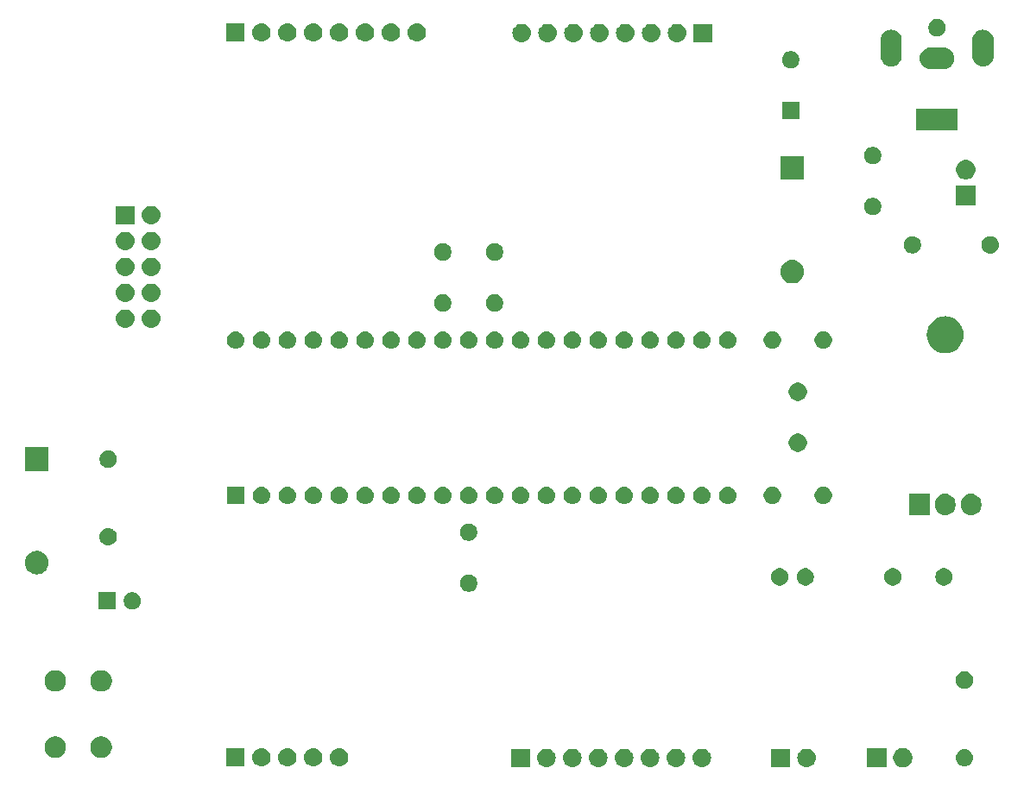
<source format=gbr>
%TF.GenerationSoftware,KiCad,Pcbnew,5.1.4-3.fc30*%
%TF.CreationDate,2019-10-13T14:19:49+02:00*%
%TF.ProjectId,avr_dev_board_atmega16,6176725f-6465-4765-9f62-6f6172645f61,1_0*%
%TF.SameCoordinates,PX2652348PY7832370*%
%TF.FileFunction,Soldermask,Top*%
%TF.FilePolarity,Negative*%
%FSLAX46Y46*%
G04 Gerber Fmt 4.6, Leading zero omitted, Abs format (unit mm)*
G04 Created by KiCad (PCBNEW 5.1.4-3.fc30) date 2019-10-13 14:19:49*
%MOMM*%
%LPD*%
G04 APERTURE LIST*
%ADD10C,0.150000*%
G04 APERTURE END LIST*
D10*
G36*
X89002795Y4874254D02*
G01*
X89175866Y4802566D01*
X89235711Y4762579D01*
X89331627Y4698490D01*
X89464090Y4566027D01*
X89499661Y4512791D01*
X89568166Y4410266D01*
X89639854Y4237195D01*
X89676400Y4053467D01*
X89676400Y3866133D01*
X89639854Y3682405D01*
X89568166Y3509334D01*
X89568165Y3509333D01*
X89464090Y3353573D01*
X89331627Y3221110D01*
X89310541Y3207021D01*
X89175866Y3117034D01*
X89002795Y3045346D01*
X88819067Y3008800D01*
X88631733Y3008800D01*
X88448005Y3045346D01*
X88274934Y3117034D01*
X88140259Y3207021D01*
X88119173Y3221110D01*
X87986710Y3353573D01*
X87882635Y3509333D01*
X87882634Y3509334D01*
X87810946Y3682405D01*
X87774400Y3866133D01*
X87774400Y4053467D01*
X87810946Y4237195D01*
X87882634Y4410266D01*
X87951139Y4512791D01*
X87986710Y4566027D01*
X88119173Y4698490D01*
X88215089Y4762579D01*
X88274934Y4802566D01*
X88448005Y4874254D01*
X88631733Y4910800D01*
X88819067Y4910800D01*
X89002795Y4874254D01*
X89002795Y4874254D01*
G37*
G36*
X87136400Y3008800D02*
G01*
X85234400Y3008800D01*
X85234400Y4910800D01*
X87136400Y4910800D01*
X87136400Y3008800D01*
X87136400Y3008800D01*
G37*
G36*
X52147300Y3058800D02*
G01*
X50345300Y3058800D01*
X50345300Y4860800D01*
X52147300Y4860800D01*
X52147300Y3058800D01*
X52147300Y3058800D01*
G37*
G36*
X69136742Y4854282D02*
G01*
X69202927Y4847763D01*
X69372766Y4796243D01*
X69529291Y4712578D01*
X69545548Y4699236D01*
X69666486Y4599986D01*
X69749748Y4498529D01*
X69779078Y4462791D01*
X69862743Y4306266D01*
X69914263Y4136427D01*
X69931659Y3959800D01*
X69914263Y3783173D01*
X69862743Y3613334D01*
X69779078Y3456809D01*
X69749748Y3421071D01*
X69666486Y3319614D01*
X69565029Y3236352D01*
X69529291Y3207022D01*
X69372766Y3123357D01*
X69202927Y3071837D01*
X69136742Y3065318D01*
X69070560Y3058800D01*
X68982040Y3058800D01*
X68915858Y3065318D01*
X68849673Y3071837D01*
X68679834Y3123357D01*
X68523309Y3207022D01*
X68487571Y3236352D01*
X68386114Y3319614D01*
X68302852Y3421071D01*
X68273522Y3456809D01*
X68189857Y3613334D01*
X68138337Y3783173D01*
X68120941Y3959800D01*
X68138337Y4136427D01*
X68189857Y4306266D01*
X68273522Y4462791D01*
X68302852Y4498529D01*
X68386114Y4599986D01*
X68507052Y4699236D01*
X68523309Y4712578D01*
X68679834Y4796243D01*
X68849673Y4847763D01*
X68915858Y4854282D01*
X68982040Y4860800D01*
X69070560Y4860800D01*
X69136742Y4854282D01*
X69136742Y4854282D01*
G37*
G36*
X53896742Y4854282D02*
G01*
X53962927Y4847763D01*
X54132766Y4796243D01*
X54289291Y4712578D01*
X54305548Y4699236D01*
X54426486Y4599986D01*
X54509748Y4498529D01*
X54539078Y4462791D01*
X54622743Y4306266D01*
X54674263Y4136427D01*
X54691659Y3959800D01*
X54674263Y3783173D01*
X54622743Y3613334D01*
X54539078Y3456809D01*
X54509748Y3421071D01*
X54426486Y3319614D01*
X54325029Y3236352D01*
X54289291Y3207022D01*
X54132766Y3123357D01*
X53962927Y3071837D01*
X53896742Y3065318D01*
X53830560Y3058800D01*
X53742040Y3058800D01*
X53675858Y3065318D01*
X53609673Y3071837D01*
X53439834Y3123357D01*
X53283309Y3207022D01*
X53247571Y3236352D01*
X53146114Y3319614D01*
X53062852Y3421071D01*
X53033522Y3456809D01*
X52949857Y3613334D01*
X52898337Y3783173D01*
X52880941Y3959800D01*
X52898337Y4136427D01*
X52949857Y4306266D01*
X53033522Y4462791D01*
X53062852Y4498529D01*
X53146114Y4599986D01*
X53267052Y4699236D01*
X53283309Y4712578D01*
X53439834Y4796243D01*
X53609673Y4847763D01*
X53675858Y4854282D01*
X53742040Y4860800D01*
X53830560Y4860800D01*
X53896742Y4854282D01*
X53896742Y4854282D01*
G37*
G36*
X56436742Y4854282D02*
G01*
X56502927Y4847763D01*
X56672766Y4796243D01*
X56829291Y4712578D01*
X56845548Y4699236D01*
X56966486Y4599986D01*
X57049748Y4498529D01*
X57079078Y4462791D01*
X57162743Y4306266D01*
X57214263Y4136427D01*
X57231659Y3959800D01*
X57214263Y3783173D01*
X57162743Y3613334D01*
X57079078Y3456809D01*
X57049748Y3421071D01*
X56966486Y3319614D01*
X56865029Y3236352D01*
X56829291Y3207022D01*
X56672766Y3123357D01*
X56502927Y3071837D01*
X56436742Y3065318D01*
X56370560Y3058800D01*
X56282040Y3058800D01*
X56215858Y3065318D01*
X56149673Y3071837D01*
X55979834Y3123357D01*
X55823309Y3207022D01*
X55787571Y3236352D01*
X55686114Y3319614D01*
X55602852Y3421071D01*
X55573522Y3456809D01*
X55489857Y3613334D01*
X55438337Y3783173D01*
X55420941Y3959800D01*
X55438337Y4136427D01*
X55489857Y4306266D01*
X55573522Y4462791D01*
X55602852Y4498529D01*
X55686114Y4599986D01*
X55807052Y4699236D01*
X55823309Y4712578D01*
X55979834Y4796243D01*
X56149673Y4847763D01*
X56215858Y4854282D01*
X56282040Y4860800D01*
X56370560Y4860800D01*
X56436742Y4854282D01*
X56436742Y4854282D01*
G37*
G36*
X58976742Y4854282D02*
G01*
X59042927Y4847763D01*
X59212766Y4796243D01*
X59369291Y4712578D01*
X59385548Y4699236D01*
X59506486Y4599986D01*
X59589748Y4498529D01*
X59619078Y4462791D01*
X59702743Y4306266D01*
X59754263Y4136427D01*
X59771659Y3959800D01*
X59754263Y3783173D01*
X59702743Y3613334D01*
X59619078Y3456809D01*
X59589748Y3421071D01*
X59506486Y3319614D01*
X59405029Y3236352D01*
X59369291Y3207022D01*
X59212766Y3123357D01*
X59042927Y3071837D01*
X58976742Y3065318D01*
X58910560Y3058800D01*
X58822040Y3058800D01*
X58755858Y3065318D01*
X58689673Y3071837D01*
X58519834Y3123357D01*
X58363309Y3207022D01*
X58327571Y3236352D01*
X58226114Y3319614D01*
X58142852Y3421071D01*
X58113522Y3456809D01*
X58029857Y3613334D01*
X57978337Y3783173D01*
X57960941Y3959800D01*
X57978337Y4136427D01*
X58029857Y4306266D01*
X58113522Y4462791D01*
X58142852Y4498529D01*
X58226114Y4599986D01*
X58347052Y4699236D01*
X58363309Y4712578D01*
X58519834Y4796243D01*
X58689673Y4847763D01*
X58755858Y4854282D01*
X58822040Y4860800D01*
X58910560Y4860800D01*
X58976742Y4854282D01*
X58976742Y4854282D01*
G37*
G36*
X61516742Y4854282D02*
G01*
X61582927Y4847763D01*
X61752766Y4796243D01*
X61909291Y4712578D01*
X61925548Y4699236D01*
X62046486Y4599986D01*
X62129748Y4498529D01*
X62159078Y4462791D01*
X62242743Y4306266D01*
X62294263Y4136427D01*
X62311659Y3959800D01*
X62294263Y3783173D01*
X62242743Y3613334D01*
X62159078Y3456809D01*
X62129748Y3421071D01*
X62046486Y3319614D01*
X61945029Y3236352D01*
X61909291Y3207022D01*
X61752766Y3123357D01*
X61582927Y3071837D01*
X61516742Y3065318D01*
X61450560Y3058800D01*
X61362040Y3058800D01*
X61295858Y3065318D01*
X61229673Y3071837D01*
X61059834Y3123357D01*
X60903309Y3207022D01*
X60867571Y3236352D01*
X60766114Y3319614D01*
X60682852Y3421071D01*
X60653522Y3456809D01*
X60569857Y3613334D01*
X60518337Y3783173D01*
X60500941Y3959800D01*
X60518337Y4136427D01*
X60569857Y4306266D01*
X60653522Y4462791D01*
X60682852Y4498529D01*
X60766114Y4599986D01*
X60887052Y4699236D01*
X60903309Y4712578D01*
X61059834Y4796243D01*
X61229673Y4847763D01*
X61295858Y4854282D01*
X61362040Y4860800D01*
X61450560Y4860800D01*
X61516742Y4854282D01*
X61516742Y4854282D01*
G37*
G36*
X64056742Y4854282D02*
G01*
X64122927Y4847763D01*
X64292766Y4796243D01*
X64449291Y4712578D01*
X64465548Y4699236D01*
X64586486Y4599986D01*
X64669748Y4498529D01*
X64699078Y4462791D01*
X64782743Y4306266D01*
X64834263Y4136427D01*
X64851659Y3959800D01*
X64834263Y3783173D01*
X64782743Y3613334D01*
X64699078Y3456809D01*
X64669748Y3421071D01*
X64586486Y3319614D01*
X64485029Y3236352D01*
X64449291Y3207022D01*
X64292766Y3123357D01*
X64122927Y3071837D01*
X64056742Y3065318D01*
X63990560Y3058800D01*
X63902040Y3058800D01*
X63835858Y3065318D01*
X63769673Y3071837D01*
X63599834Y3123357D01*
X63443309Y3207022D01*
X63407571Y3236352D01*
X63306114Y3319614D01*
X63222852Y3421071D01*
X63193522Y3456809D01*
X63109857Y3613334D01*
X63058337Y3783173D01*
X63040941Y3959800D01*
X63058337Y4136427D01*
X63109857Y4306266D01*
X63193522Y4462791D01*
X63222852Y4498529D01*
X63306114Y4599986D01*
X63427052Y4699236D01*
X63443309Y4712578D01*
X63599834Y4796243D01*
X63769673Y4847763D01*
X63835858Y4854282D01*
X63902040Y4860800D01*
X63990560Y4860800D01*
X64056742Y4854282D01*
X64056742Y4854282D01*
G37*
G36*
X77647400Y3058800D02*
G01*
X75845400Y3058800D01*
X75845400Y4860800D01*
X77647400Y4860800D01*
X77647400Y3058800D01*
X77647400Y3058800D01*
G37*
G36*
X79396842Y4854282D02*
G01*
X79463027Y4847763D01*
X79632866Y4796243D01*
X79789391Y4712578D01*
X79805648Y4699236D01*
X79926586Y4599986D01*
X80009848Y4498529D01*
X80039178Y4462791D01*
X80122843Y4306266D01*
X80174363Y4136427D01*
X80191759Y3959800D01*
X80174363Y3783173D01*
X80122843Y3613334D01*
X80039178Y3456809D01*
X80009848Y3421071D01*
X79926586Y3319614D01*
X79825129Y3236352D01*
X79789391Y3207022D01*
X79632866Y3123357D01*
X79463027Y3071837D01*
X79396842Y3065318D01*
X79330660Y3058800D01*
X79242140Y3058800D01*
X79175958Y3065318D01*
X79109773Y3071837D01*
X78939934Y3123357D01*
X78783409Y3207022D01*
X78747671Y3236352D01*
X78646214Y3319614D01*
X78562952Y3421071D01*
X78533622Y3456809D01*
X78449957Y3613334D01*
X78398437Y3783173D01*
X78381041Y3959800D01*
X78398437Y4136427D01*
X78449957Y4306266D01*
X78533622Y4462791D01*
X78562952Y4498529D01*
X78646214Y4599986D01*
X78767152Y4699236D01*
X78783409Y4712578D01*
X78939934Y4796243D01*
X79109773Y4847763D01*
X79175958Y4854282D01*
X79242140Y4860800D01*
X79330660Y4860800D01*
X79396842Y4854282D01*
X79396842Y4854282D01*
G37*
G36*
X66596742Y4854282D02*
G01*
X66662927Y4847763D01*
X66832766Y4796243D01*
X66989291Y4712578D01*
X67005548Y4699236D01*
X67126486Y4599986D01*
X67209748Y4498529D01*
X67239078Y4462791D01*
X67322743Y4306266D01*
X67374263Y4136427D01*
X67391659Y3959800D01*
X67374263Y3783173D01*
X67322743Y3613334D01*
X67239078Y3456809D01*
X67209748Y3421071D01*
X67126486Y3319614D01*
X67025029Y3236352D01*
X66989291Y3207022D01*
X66832766Y3123357D01*
X66662927Y3071837D01*
X66596742Y3065318D01*
X66530560Y3058800D01*
X66442040Y3058800D01*
X66375858Y3065318D01*
X66309673Y3071837D01*
X66139834Y3123357D01*
X65983309Y3207022D01*
X65947571Y3236352D01*
X65846114Y3319614D01*
X65762852Y3421071D01*
X65733522Y3456809D01*
X65649857Y3613334D01*
X65598337Y3783173D01*
X65580941Y3959800D01*
X65598337Y4136427D01*
X65649857Y4306266D01*
X65733522Y4462791D01*
X65762852Y4498529D01*
X65846114Y4599986D01*
X65967052Y4699236D01*
X65983309Y4712578D01*
X66139834Y4796243D01*
X66309673Y4847763D01*
X66375858Y4854282D01*
X66442040Y4860800D01*
X66530560Y4860800D01*
X66596742Y4854282D01*
X66596742Y4854282D01*
G37*
G36*
X31022443Y4904281D02*
G01*
X31088627Y4897763D01*
X31258466Y4846243D01*
X31414991Y4762578D01*
X31450729Y4733248D01*
X31552186Y4649986D01*
X31621088Y4566027D01*
X31664778Y4512791D01*
X31748443Y4356266D01*
X31799963Y4186427D01*
X31817359Y4009800D01*
X31799963Y3833173D01*
X31748443Y3663334D01*
X31664778Y3506809D01*
X31635448Y3471071D01*
X31552186Y3369614D01*
X31450729Y3286352D01*
X31414991Y3257022D01*
X31258466Y3173357D01*
X31088627Y3121837D01*
X31022443Y3115319D01*
X30956260Y3108800D01*
X30867740Y3108800D01*
X30801557Y3115319D01*
X30735373Y3121837D01*
X30565534Y3173357D01*
X30409009Y3257022D01*
X30373271Y3286352D01*
X30271814Y3369614D01*
X30188552Y3471071D01*
X30159222Y3506809D01*
X30075557Y3663334D01*
X30024037Y3833173D01*
X30006641Y4009800D01*
X30024037Y4186427D01*
X30075557Y4356266D01*
X30159222Y4512791D01*
X30202912Y4566027D01*
X30271814Y4649986D01*
X30373271Y4733248D01*
X30409009Y4762578D01*
X30565534Y4846243D01*
X30735373Y4897763D01*
X30801557Y4904281D01*
X30867740Y4910800D01*
X30956260Y4910800D01*
X31022443Y4904281D01*
X31022443Y4904281D01*
G37*
G36*
X94932223Y4798487D02*
G01*
X95092642Y4749824D01*
X95162322Y4712579D01*
X95240478Y4670804D01*
X95370059Y4564459D01*
X95476404Y4434878D01*
X95476405Y4434876D01*
X95555424Y4287042D01*
X95604087Y4126623D01*
X95620517Y3959800D01*
X95604087Y3792977D01*
X95555424Y3632558D01*
X95545147Y3613332D01*
X95476404Y3484722D01*
X95370059Y3355141D01*
X95240478Y3248796D01*
X95240476Y3248795D01*
X95092642Y3169776D01*
X94932223Y3121113D01*
X94807204Y3108800D01*
X94723596Y3108800D01*
X94598577Y3121113D01*
X94438158Y3169776D01*
X94290324Y3248795D01*
X94290322Y3248796D01*
X94160741Y3355141D01*
X94054396Y3484722D01*
X93985653Y3613332D01*
X93975376Y3632558D01*
X93926713Y3792977D01*
X93910283Y3959800D01*
X93926713Y4126623D01*
X93975376Y4287042D01*
X94054395Y4434876D01*
X94054396Y4434878D01*
X94160741Y4564459D01*
X94290322Y4670804D01*
X94368478Y4712579D01*
X94438158Y4749824D01*
X94598577Y4798487D01*
X94723596Y4810800D01*
X94807204Y4810800D01*
X94932223Y4798487D01*
X94932223Y4798487D01*
G37*
G36*
X24193000Y3108800D02*
G01*
X22391000Y3108800D01*
X22391000Y4910800D01*
X24193000Y4910800D01*
X24193000Y3108800D01*
X24193000Y3108800D01*
G37*
G36*
X25942443Y4904281D02*
G01*
X26008627Y4897763D01*
X26178466Y4846243D01*
X26334991Y4762578D01*
X26370729Y4733248D01*
X26472186Y4649986D01*
X26541088Y4566027D01*
X26584778Y4512791D01*
X26668443Y4356266D01*
X26719963Y4186427D01*
X26737359Y4009800D01*
X26719963Y3833173D01*
X26668443Y3663334D01*
X26584778Y3506809D01*
X26555448Y3471071D01*
X26472186Y3369614D01*
X26370729Y3286352D01*
X26334991Y3257022D01*
X26178466Y3173357D01*
X26008627Y3121837D01*
X25942443Y3115319D01*
X25876260Y3108800D01*
X25787740Y3108800D01*
X25721557Y3115319D01*
X25655373Y3121837D01*
X25485534Y3173357D01*
X25329009Y3257022D01*
X25293271Y3286352D01*
X25191814Y3369614D01*
X25108552Y3471071D01*
X25079222Y3506809D01*
X24995557Y3663334D01*
X24944037Y3833173D01*
X24926641Y4009800D01*
X24944037Y4186427D01*
X24995557Y4356266D01*
X25079222Y4512791D01*
X25122912Y4566027D01*
X25191814Y4649986D01*
X25293271Y4733248D01*
X25329009Y4762578D01*
X25485534Y4846243D01*
X25655373Y4897763D01*
X25721557Y4904281D01*
X25787740Y4910800D01*
X25876260Y4910800D01*
X25942443Y4904281D01*
X25942443Y4904281D01*
G37*
G36*
X28482443Y4904281D02*
G01*
X28548627Y4897763D01*
X28718466Y4846243D01*
X28874991Y4762578D01*
X28910729Y4733248D01*
X29012186Y4649986D01*
X29081088Y4566027D01*
X29124778Y4512791D01*
X29208443Y4356266D01*
X29259963Y4186427D01*
X29277359Y4009800D01*
X29259963Y3833173D01*
X29208443Y3663334D01*
X29124778Y3506809D01*
X29095448Y3471071D01*
X29012186Y3369614D01*
X28910729Y3286352D01*
X28874991Y3257022D01*
X28718466Y3173357D01*
X28548627Y3121837D01*
X28482443Y3115319D01*
X28416260Y3108800D01*
X28327740Y3108800D01*
X28261557Y3115319D01*
X28195373Y3121837D01*
X28025534Y3173357D01*
X27869009Y3257022D01*
X27833271Y3286352D01*
X27731814Y3369614D01*
X27648552Y3471071D01*
X27619222Y3506809D01*
X27535557Y3663334D01*
X27484037Y3833173D01*
X27466641Y4009800D01*
X27484037Y4186427D01*
X27535557Y4356266D01*
X27619222Y4512791D01*
X27662912Y4566027D01*
X27731814Y4649986D01*
X27833271Y4733248D01*
X27869009Y4762578D01*
X28025534Y4846243D01*
X28195373Y4897763D01*
X28261557Y4904281D01*
X28327740Y4910800D01*
X28416260Y4910800D01*
X28482443Y4904281D01*
X28482443Y4904281D01*
G37*
G36*
X33562443Y4904281D02*
G01*
X33628627Y4897763D01*
X33798466Y4846243D01*
X33954991Y4762578D01*
X33990729Y4733248D01*
X34092186Y4649986D01*
X34161088Y4566027D01*
X34204778Y4512791D01*
X34288443Y4356266D01*
X34339963Y4186427D01*
X34357359Y4009800D01*
X34339963Y3833173D01*
X34288443Y3663334D01*
X34204778Y3506809D01*
X34175448Y3471071D01*
X34092186Y3369614D01*
X33990729Y3286352D01*
X33954991Y3257022D01*
X33798466Y3173357D01*
X33628627Y3121837D01*
X33562443Y3115319D01*
X33496260Y3108800D01*
X33407740Y3108800D01*
X33341557Y3115319D01*
X33275373Y3121837D01*
X33105534Y3173357D01*
X32949009Y3257022D01*
X32913271Y3286352D01*
X32811814Y3369614D01*
X32728552Y3471071D01*
X32699222Y3506809D01*
X32615557Y3663334D01*
X32564037Y3833173D01*
X32546641Y4009800D01*
X32564037Y4186427D01*
X32615557Y4356266D01*
X32699222Y4512791D01*
X32742912Y4566027D01*
X32811814Y4649986D01*
X32913271Y4733248D01*
X32949009Y4762578D01*
X33105534Y4846243D01*
X33275373Y4897763D01*
X33341557Y4904281D01*
X33407740Y4910800D01*
X33496260Y4910800D01*
X33562443Y4904281D01*
X33562443Y4904281D01*
G37*
G36*
X10420164Y6016411D02*
G01*
X10611433Y5937185D01*
X10611435Y5937184D01*
X10783573Y5822165D01*
X10929965Y5675773D01*
X11044985Y5503633D01*
X11124211Y5312364D01*
X11164600Y5109316D01*
X11164600Y4902284D01*
X11124211Y4699236D01*
X11046983Y4512791D01*
X11044984Y4507965D01*
X10929965Y4335827D01*
X10783573Y4189435D01*
X10611435Y4074416D01*
X10611434Y4074415D01*
X10611433Y4074415D01*
X10420164Y3995189D01*
X10217116Y3954800D01*
X10010084Y3954800D01*
X9807036Y3995189D01*
X9615767Y4074415D01*
X9615766Y4074415D01*
X9615765Y4074416D01*
X9443627Y4189435D01*
X9297235Y4335827D01*
X9182216Y4507965D01*
X9180217Y4512791D01*
X9102989Y4699236D01*
X9062600Y4902284D01*
X9062600Y5109316D01*
X9102989Y5312364D01*
X9182215Y5503633D01*
X9297235Y5675773D01*
X9443627Y5822165D01*
X9615765Y5937184D01*
X9615767Y5937185D01*
X9807036Y6016411D01*
X10010084Y6056800D01*
X10217116Y6056800D01*
X10420164Y6016411D01*
X10420164Y6016411D01*
G37*
G36*
X5920164Y6016411D02*
G01*
X6111433Y5937185D01*
X6111435Y5937184D01*
X6283573Y5822165D01*
X6429965Y5675773D01*
X6544985Y5503633D01*
X6624211Y5312364D01*
X6664600Y5109316D01*
X6664600Y4902284D01*
X6624211Y4699236D01*
X6546983Y4512791D01*
X6544984Y4507965D01*
X6429965Y4335827D01*
X6283573Y4189435D01*
X6111435Y4074416D01*
X6111434Y4074415D01*
X6111433Y4074415D01*
X5920164Y3995189D01*
X5717116Y3954800D01*
X5510084Y3954800D01*
X5307036Y3995189D01*
X5115767Y4074415D01*
X5115766Y4074415D01*
X5115765Y4074416D01*
X4943627Y4189435D01*
X4797235Y4335827D01*
X4682216Y4507965D01*
X4680217Y4512791D01*
X4602989Y4699236D01*
X4562600Y4902284D01*
X4562600Y5109316D01*
X4602989Y5312364D01*
X4682215Y5503633D01*
X4797235Y5675773D01*
X4943627Y5822165D01*
X5115765Y5937184D01*
X5115767Y5937185D01*
X5307036Y6016411D01*
X5510084Y6056800D01*
X5717116Y6056800D01*
X5920164Y6016411D01*
X5920164Y6016411D01*
G37*
G36*
X10420164Y12516411D02*
G01*
X10611433Y12437185D01*
X10611435Y12437184D01*
X10765940Y12333947D01*
X10783573Y12322165D01*
X10929965Y12175773D01*
X11044985Y12003633D01*
X11124211Y11812364D01*
X11164600Y11609316D01*
X11164600Y11402284D01*
X11124211Y11199236D01*
X11114876Y11176700D01*
X11044984Y11007965D01*
X10929965Y10835827D01*
X10783573Y10689435D01*
X10611435Y10574416D01*
X10611434Y10574415D01*
X10611433Y10574415D01*
X10420164Y10495189D01*
X10217116Y10454800D01*
X10010084Y10454800D01*
X9807036Y10495189D01*
X9615767Y10574415D01*
X9615766Y10574415D01*
X9615765Y10574416D01*
X9443627Y10689435D01*
X9297235Y10835827D01*
X9182216Y11007965D01*
X9112324Y11176700D01*
X9102989Y11199236D01*
X9062600Y11402284D01*
X9062600Y11609316D01*
X9102989Y11812364D01*
X9182215Y12003633D01*
X9297235Y12175773D01*
X9443627Y12322165D01*
X9461260Y12333947D01*
X9615765Y12437184D01*
X9615767Y12437185D01*
X9807036Y12516411D01*
X10010084Y12556800D01*
X10217116Y12556800D01*
X10420164Y12516411D01*
X10420164Y12516411D01*
G37*
G36*
X5920164Y12516411D02*
G01*
X6111433Y12437185D01*
X6111435Y12437184D01*
X6265940Y12333947D01*
X6283573Y12322165D01*
X6429965Y12175773D01*
X6544985Y12003633D01*
X6624211Y11812364D01*
X6664600Y11609316D01*
X6664600Y11402284D01*
X6624211Y11199236D01*
X6614876Y11176700D01*
X6544984Y11007965D01*
X6429965Y10835827D01*
X6283573Y10689435D01*
X6111435Y10574416D01*
X6111434Y10574415D01*
X6111433Y10574415D01*
X5920164Y10495189D01*
X5717116Y10454800D01*
X5510084Y10454800D01*
X5307036Y10495189D01*
X5115767Y10574415D01*
X5115766Y10574415D01*
X5115765Y10574416D01*
X4943627Y10689435D01*
X4797235Y10835827D01*
X4682216Y11007965D01*
X4612324Y11176700D01*
X4602989Y11199236D01*
X4562600Y11402284D01*
X4562600Y11609316D01*
X4602989Y11812364D01*
X4682215Y12003633D01*
X4797235Y12175773D01*
X4943627Y12322165D01*
X4961260Y12333947D01*
X5115765Y12437184D01*
X5115767Y12437185D01*
X5307036Y12516411D01*
X5510084Y12556800D01*
X5717116Y12556800D01*
X5920164Y12516411D01*
X5920164Y12516411D01*
G37*
G36*
X95013628Y12398097D02*
G01*
X95168500Y12333947D01*
X95307881Y12240815D01*
X95426415Y12122281D01*
X95519547Y11982900D01*
X95583697Y11828028D01*
X95616400Y11663616D01*
X95616400Y11495984D01*
X95583697Y11331572D01*
X95519547Y11176700D01*
X95426415Y11037319D01*
X95307881Y10918785D01*
X95168500Y10825653D01*
X95013628Y10761503D01*
X94849216Y10728800D01*
X94681584Y10728800D01*
X94517172Y10761503D01*
X94362300Y10825653D01*
X94222919Y10918785D01*
X94104385Y11037319D01*
X94011253Y11176700D01*
X93947103Y11331572D01*
X93914400Y11495984D01*
X93914400Y11663616D01*
X93947103Y11828028D01*
X94011253Y11982900D01*
X94104385Y12122281D01*
X94222919Y12240815D01*
X94362300Y12333947D01*
X94517172Y12398097D01*
X94681584Y12430800D01*
X94849216Y12430800D01*
X95013628Y12398097D01*
X95013628Y12398097D01*
G37*
G36*
X11519200Y18503800D02*
G01*
X9817200Y18503800D01*
X9817200Y20205800D01*
X11519200Y20205800D01*
X11519200Y18503800D01*
X11519200Y18503800D01*
G37*
G36*
X13416428Y20173097D02*
G01*
X13571300Y20108947D01*
X13710681Y20015815D01*
X13829215Y19897281D01*
X13922347Y19757900D01*
X13986497Y19603028D01*
X14019200Y19438616D01*
X14019200Y19270984D01*
X13986497Y19106572D01*
X13922347Y18951700D01*
X13829215Y18812319D01*
X13710681Y18693785D01*
X13571300Y18600653D01*
X13416428Y18536503D01*
X13252016Y18503800D01*
X13084384Y18503800D01*
X12919972Y18536503D01*
X12765100Y18600653D01*
X12625719Y18693785D01*
X12507185Y18812319D01*
X12414053Y18951700D01*
X12349903Y19106572D01*
X12317200Y19270984D01*
X12317200Y19438616D01*
X12349903Y19603028D01*
X12414053Y19757900D01*
X12507185Y19897281D01*
X12625719Y20015815D01*
X12765100Y20108947D01*
X12919972Y20173097D01*
X13084384Y20205800D01*
X13252016Y20205800D01*
X13416428Y20173097D01*
X13416428Y20173097D01*
G37*
G36*
X46400228Y21916297D02*
G01*
X46555100Y21852147D01*
X46694481Y21759015D01*
X46813015Y21640481D01*
X46906147Y21501100D01*
X46970297Y21346228D01*
X47003000Y21181816D01*
X47003000Y21014184D01*
X46970297Y20849772D01*
X46906147Y20694900D01*
X46813015Y20555519D01*
X46694481Y20436985D01*
X46555100Y20343853D01*
X46400228Y20279703D01*
X46235816Y20247000D01*
X46068184Y20247000D01*
X45903772Y20279703D01*
X45748900Y20343853D01*
X45609519Y20436985D01*
X45490985Y20555519D01*
X45397853Y20694900D01*
X45333703Y20849772D01*
X45301000Y21014184D01*
X45301000Y21181816D01*
X45333703Y21346228D01*
X45397853Y21501100D01*
X45490985Y21640481D01*
X45609519Y21759015D01*
X45748900Y21852147D01*
X45903772Y21916297D01*
X46068184Y21949000D01*
X46235816Y21949000D01*
X46400228Y21916297D01*
X46400228Y21916297D01*
G37*
G36*
X76908628Y22528097D02*
G01*
X77063500Y22463947D01*
X77202881Y22370815D01*
X77321415Y22252281D01*
X77414547Y22112900D01*
X77478697Y21958028D01*
X77511400Y21793616D01*
X77511400Y21625984D01*
X77478697Y21461572D01*
X77414547Y21306700D01*
X77321415Y21167319D01*
X77202881Y21048785D01*
X77063500Y20955653D01*
X76908628Y20891503D01*
X76744216Y20858800D01*
X76576584Y20858800D01*
X76412172Y20891503D01*
X76257300Y20955653D01*
X76117919Y21048785D01*
X75999385Y21167319D01*
X75906253Y21306700D01*
X75842103Y21461572D01*
X75809400Y21625984D01*
X75809400Y21793616D01*
X75842103Y21958028D01*
X75906253Y22112900D01*
X75999385Y22252281D01*
X76117919Y22370815D01*
X76257300Y22463947D01*
X76412172Y22528097D01*
X76576584Y22560800D01*
X76744216Y22560800D01*
X76908628Y22528097D01*
X76908628Y22528097D01*
G37*
G36*
X93004628Y22528097D02*
G01*
X93159500Y22463947D01*
X93298881Y22370815D01*
X93417415Y22252281D01*
X93510547Y22112900D01*
X93574697Y21958028D01*
X93607400Y21793616D01*
X93607400Y21625984D01*
X93574697Y21461572D01*
X93510547Y21306700D01*
X93417415Y21167319D01*
X93298881Y21048785D01*
X93159500Y20955653D01*
X93004628Y20891503D01*
X92840216Y20858800D01*
X92672584Y20858800D01*
X92508172Y20891503D01*
X92353300Y20955653D01*
X92213919Y21048785D01*
X92095385Y21167319D01*
X92002253Y21306700D01*
X91938103Y21461572D01*
X91905400Y21625984D01*
X91905400Y21793616D01*
X91938103Y21958028D01*
X92002253Y22112900D01*
X92095385Y22252281D01*
X92213919Y22370815D01*
X92353300Y22463947D01*
X92508172Y22528097D01*
X92672584Y22560800D01*
X92840216Y22560800D01*
X93004628Y22528097D01*
X93004628Y22528097D01*
G37*
G36*
X88004628Y22528097D02*
G01*
X88159500Y22463947D01*
X88298881Y22370815D01*
X88417415Y22252281D01*
X88510547Y22112900D01*
X88574697Y21958028D01*
X88607400Y21793616D01*
X88607400Y21625984D01*
X88574697Y21461572D01*
X88510547Y21306700D01*
X88417415Y21167319D01*
X88298881Y21048785D01*
X88159500Y20955653D01*
X88004628Y20891503D01*
X87840216Y20858800D01*
X87672584Y20858800D01*
X87508172Y20891503D01*
X87353300Y20955653D01*
X87213919Y21048785D01*
X87095385Y21167319D01*
X87002253Y21306700D01*
X86938103Y21461572D01*
X86905400Y21625984D01*
X86905400Y21793616D01*
X86938103Y21958028D01*
X87002253Y22112900D01*
X87095385Y22252281D01*
X87213919Y22370815D01*
X87353300Y22463947D01*
X87508172Y22528097D01*
X87672584Y22560800D01*
X87840216Y22560800D01*
X88004628Y22528097D01*
X88004628Y22528097D01*
G37*
G36*
X79408628Y22528097D02*
G01*
X79563500Y22463947D01*
X79702881Y22370815D01*
X79821415Y22252281D01*
X79914547Y22112900D01*
X79978697Y21958028D01*
X80011400Y21793616D01*
X80011400Y21625984D01*
X79978697Y21461572D01*
X79914547Y21306700D01*
X79821415Y21167319D01*
X79702881Y21048785D01*
X79563500Y20955653D01*
X79408628Y20891503D01*
X79244216Y20858800D01*
X79076584Y20858800D01*
X78912172Y20891503D01*
X78757300Y20955653D01*
X78617919Y21048785D01*
X78499385Y21167319D01*
X78406253Y21306700D01*
X78342103Y21461572D01*
X78309400Y21625984D01*
X78309400Y21793616D01*
X78342103Y21958028D01*
X78406253Y22112900D01*
X78499385Y22252281D01*
X78617919Y22370815D01*
X78757300Y22463947D01*
X78912172Y22528097D01*
X79076584Y22560800D01*
X79244216Y22560800D01*
X79408628Y22528097D01*
X79408628Y22528097D01*
G37*
G36*
X3992171Y24253897D02*
G01*
X4048535Y24248346D01*
X4265500Y24182530D01*
X4265502Y24182529D01*
X4465455Y24075653D01*
X4640718Y23931818D01*
X4784553Y23756555D01*
X4891429Y23556602D01*
X4957246Y23339634D01*
X4979469Y23114000D01*
X4957246Y22888366D01*
X4891429Y22671398D01*
X4784553Y22471445D01*
X4640718Y22296182D01*
X4465455Y22152347D01*
X4265502Y22045471D01*
X4265500Y22045470D01*
X4048535Y21979654D01*
X3992171Y21974103D01*
X3879445Y21963000D01*
X3766355Y21963000D01*
X3653629Y21974103D01*
X3597265Y21979654D01*
X3380300Y22045470D01*
X3380298Y22045471D01*
X3180345Y22152347D01*
X3005082Y22296182D01*
X2861247Y22471445D01*
X2754371Y22671398D01*
X2688554Y22888366D01*
X2666331Y23114000D01*
X2688554Y23339634D01*
X2754371Y23556602D01*
X2861247Y23756555D01*
X3005082Y23931818D01*
X3180345Y24075653D01*
X3380298Y24182529D01*
X3380300Y24182530D01*
X3597265Y24248346D01*
X3653629Y24253897D01*
X3766355Y24265000D01*
X3879445Y24265000D01*
X3992171Y24253897D01*
X3992171Y24253897D01*
G37*
G36*
X10974723Y26492687D02*
G01*
X11135142Y26444024D01*
X11267806Y26373114D01*
X11282978Y26365004D01*
X11412559Y26258659D01*
X11518904Y26129078D01*
X11518905Y26129076D01*
X11597924Y25981242D01*
X11646587Y25820823D01*
X11663017Y25654000D01*
X11646587Y25487177D01*
X11597924Y25326758D01*
X11555292Y25247000D01*
X11518904Y25178922D01*
X11412559Y25049341D01*
X11282978Y24942996D01*
X11282976Y24942995D01*
X11135142Y24863976D01*
X10974723Y24815313D01*
X10849704Y24803000D01*
X10766096Y24803000D01*
X10641077Y24815313D01*
X10480658Y24863976D01*
X10332824Y24942995D01*
X10332822Y24942996D01*
X10203241Y25049341D01*
X10096896Y25178922D01*
X10060508Y25247000D01*
X10017876Y25326758D01*
X9969213Y25487177D01*
X9952783Y25654000D01*
X9969213Y25820823D01*
X10017876Y25981242D01*
X10096895Y26129076D01*
X10096896Y26129078D01*
X10203241Y26258659D01*
X10332822Y26365004D01*
X10347994Y26373114D01*
X10480658Y26444024D01*
X10641077Y26492687D01*
X10766096Y26505000D01*
X10849704Y26505000D01*
X10974723Y26492687D01*
X10974723Y26492687D01*
G37*
G36*
X46400228Y26916297D02*
G01*
X46555100Y26852147D01*
X46694481Y26759015D01*
X46813015Y26640481D01*
X46906147Y26501100D01*
X46970297Y26346228D01*
X47003000Y26181816D01*
X47003000Y26014184D01*
X46970297Y25849772D01*
X46906147Y25694900D01*
X46813015Y25555519D01*
X46694481Y25436985D01*
X46555100Y25343853D01*
X46400228Y25279703D01*
X46235816Y25247000D01*
X46068184Y25247000D01*
X45903772Y25279703D01*
X45748900Y25343853D01*
X45609519Y25436985D01*
X45490985Y25555519D01*
X45397853Y25694900D01*
X45333703Y25849772D01*
X45301000Y26014184D01*
X45301000Y26181816D01*
X45333703Y26346228D01*
X45397853Y26501100D01*
X45490985Y26640481D01*
X45609519Y26759015D01*
X45748900Y26852147D01*
X45903772Y26916297D01*
X46068184Y26949000D01*
X46235816Y26949000D01*
X46400228Y26916297D01*
X46400228Y26916297D01*
G37*
G36*
X93077119Y29855280D02*
G01*
X93266280Y29797899D01*
X93266283Y29797898D01*
X93358733Y29748482D01*
X93440612Y29704717D01*
X93593415Y29579315D01*
X93718817Y29426512D01*
X93811999Y29252181D01*
X93869380Y29063020D01*
X93883900Y28915594D01*
X93883900Y28722007D01*
X93869380Y28574581D01*
X93811999Y28385420D01*
X93811998Y28385417D01*
X93762582Y28292967D01*
X93718817Y28211088D01*
X93593415Y28058285D01*
X93440612Y27932883D01*
X93266281Y27839701D01*
X93077120Y27782320D01*
X92880400Y27762945D01*
X92683681Y27782320D01*
X92494520Y27839701D01*
X92320188Y27932883D01*
X92167385Y28058285D01*
X92041983Y28211088D01*
X91948801Y28385419D01*
X91891420Y28574580D01*
X91876900Y28722006D01*
X91876900Y28915593D01*
X91891420Y29063019D01*
X91948801Y29252180D01*
X91948802Y29252183D01*
X92013360Y29372961D01*
X92041983Y29426512D01*
X92167385Y29579315D01*
X92320188Y29704717D01*
X92494519Y29797899D01*
X92683680Y29855280D01*
X92880400Y29874655D01*
X93077119Y29855280D01*
X93077119Y29855280D01*
G37*
G36*
X95617119Y29855280D02*
G01*
X95806280Y29797899D01*
X95806283Y29797898D01*
X95898733Y29748482D01*
X95980612Y29704717D01*
X96133415Y29579315D01*
X96258817Y29426512D01*
X96351999Y29252181D01*
X96409380Y29063020D01*
X96423900Y28915594D01*
X96423900Y28722007D01*
X96409380Y28574581D01*
X96351999Y28385420D01*
X96351998Y28385417D01*
X96302582Y28292967D01*
X96258817Y28211088D01*
X96133415Y28058285D01*
X95980612Y27932883D01*
X95806281Y27839701D01*
X95617120Y27782320D01*
X95420400Y27762945D01*
X95223681Y27782320D01*
X95034520Y27839701D01*
X94860188Y27932883D01*
X94707385Y28058285D01*
X94581983Y28211088D01*
X94488801Y28385419D01*
X94431420Y28574580D01*
X94416900Y28722006D01*
X94416900Y28915593D01*
X94431420Y29063019D01*
X94488801Y29252180D01*
X94488802Y29252183D01*
X94553360Y29372961D01*
X94581983Y29426512D01*
X94707385Y29579315D01*
X94860188Y29704717D01*
X95034519Y29797899D01*
X95223680Y29855280D01*
X95420400Y29874655D01*
X95617119Y29855280D01*
X95617119Y29855280D01*
G37*
G36*
X91343900Y27767800D02*
G01*
X89336900Y27767800D01*
X89336900Y29869800D01*
X91343900Y29869800D01*
X91343900Y27767800D01*
X91343900Y27767800D01*
G37*
G36*
X81181628Y30518497D02*
G01*
X81336500Y30454347D01*
X81475881Y30361215D01*
X81594415Y30242681D01*
X81687547Y30103300D01*
X81751697Y29948428D01*
X81784400Y29784016D01*
X81784400Y29616384D01*
X81751697Y29451972D01*
X81687547Y29297100D01*
X81594415Y29157719D01*
X81475881Y29039185D01*
X81336500Y28946053D01*
X81181628Y28881903D01*
X81017216Y28849200D01*
X80849584Y28849200D01*
X80685172Y28881903D01*
X80530300Y28946053D01*
X80390919Y29039185D01*
X80272385Y29157719D01*
X80179253Y29297100D01*
X80115103Y29451972D01*
X80082400Y29616384D01*
X80082400Y29784016D01*
X80115103Y29948428D01*
X80179253Y30103300D01*
X80272385Y30242681D01*
X80390919Y30361215D01*
X80530300Y30454347D01*
X80685172Y30518497D01*
X80849584Y30551200D01*
X81017216Y30551200D01*
X81181628Y30518497D01*
X81181628Y30518497D01*
G37*
G36*
X76181628Y30518497D02*
G01*
X76336500Y30454347D01*
X76475881Y30361215D01*
X76594415Y30242681D01*
X76687547Y30103300D01*
X76751697Y29948428D01*
X76784400Y29784016D01*
X76784400Y29616384D01*
X76751697Y29451972D01*
X76687547Y29297100D01*
X76594415Y29157719D01*
X76475881Y29039185D01*
X76336500Y28946053D01*
X76181628Y28881903D01*
X76017216Y28849200D01*
X75849584Y28849200D01*
X75685172Y28881903D01*
X75530300Y28946053D01*
X75390919Y29039185D01*
X75272385Y29157719D01*
X75179253Y29297100D01*
X75115103Y29451972D01*
X75082400Y29616384D01*
X75082400Y29784016D01*
X75115103Y29948428D01*
X75179253Y30103300D01*
X75272385Y30242681D01*
X75390919Y30361215D01*
X75530300Y30454347D01*
X75685172Y30518497D01*
X75849584Y30551200D01*
X76017216Y30551200D01*
X76181628Y30518497D01*
X76181628Y30518497D01*
G37*
G36*
X24143000Y28849200D02*
G01*
X22441000Y28849200D01*
X22441000Y30551200D01*
X24143000Y30551200D01*
X24143000Y28849200D01*
X24143000Y28849200D01*
G37*
G36*
X25998823Y30538887D02*
G01*
X26159242Y30490224D01*
X26226361Y30454348D01*
X26307078Y30411204D01*
X26436659Y30304859D01*
X26543004Y30175278D01*
X26543005Y30175276D01*
X26622024Y30027442D01*
X26670687Y29867023D01*
X26687117Y29700200D01*
X26670687Y29533377D01*
X26622024Y29372958D01*
X26581477Y29297100D01*
X26543004Y29225122D01*
X26436659Y29095541D01*
X26307078Y28989196D01*
X26307076Y28989195D01*
X26159242Y28910176D01*
X25998823Y28861513D01*
X25873804Y28849200D01*
X25790196Y28849200D01*
X25665177Y28861513D01*
X25504758Y28910176D01*
X25356924Y28989195D01*
X25356922Y28989196D01*
X25227341Y29095541D01*
X25120996Y29225122D01*
X25082523Y29297100D01*
X25041976Y29372958D01*
X24993313Y29533377D01*
X24976883Y29700200D01*
X24993313Y29867023D01*
X25041976Y30027442D01*
X25120995Y30175276D01*
X25120996Y30175278D01*
X25227341Y30304859D01*
X25356922Y30411204D01*
X25437639Y30454348D01*
X25504758Y30490224D01*
X25665177Y30538887D01*
X25790196Y30551200D01*
X25873804Y30551200D01*
X25998823Y30538887D01*
X25998823Y30538887D01*
G37*
G36*
X28538823Y30538887D02*
G01*
X28699242Y30490224D01*
X28766361Y30454348D01*
X28847078Y30411204D01*
X28976659Y30304859D01*
X29083004Y30175278D01*
X29083005Y30175276D01*
X29162024Y30027442D01*
X29210687Y29867023D01*
X29227117Y29700200D01*
X29210687Y29533377D01*
X29162024Y29372958D01*
X29121477Y29297100D01*
X29083004Y29225122D01*
X28976659Y29095541D01*
X28847078Y28989196D01*
X28847076Y28989195D01*
X28699242Y28910176D01*
X28538823Y28861513D01*
X28413804Y28849200D01*
X28330196Y28849200D01*
X28205177Y28861513D01*
X28044758Y28910176D01*
X27896924Y28989195D01*
X27896922Y28989196D01*
X27767341Y29095541D01*
X27660996Y29225122D01*
X27622523Y29297100D01*
X27581976Y29372958D01*
X27533313Y29533377D01*
X27516883Y29700200D01*
X27533313Y29867023D01*
X27581976Y30027442D01*
X27660995Y30175276D01*
X27660996Y30175278D01*
X27767341Y30304859D01*
X27896922Y30411204D01*
X27977639Y30454348D01*
X28044758Y30490224D01*
X28205177Y30538887D01*
X28330196Y30551200D01*
X28413804Y30551200D01*
X28538823Y30538887D01*
X28538823Y30538887D01*
G37*
G36*
X31078823Y30538887D02*
G01*
X31239242Y30490224D01*
X31306361Y30454348D01*
X31387078Y30411204D01*
X31516659Y30304859D01*
X31623004Y30175278D01*
X31623005Y30175276D01*
X31702024Y30027442D01*
X31750687Y29867023D01*
X31767117Y29700200D01*
X31750687Y29533377D01*
X31702024Y29372958D01*
X31661477Y29297100D01*
X31623004Y29225122D01*
X31516659Y29095541D01*
X31387078Y28989196D01*
X31387076Y28989195D01*
X31239242Y28910176D01*
X31078823Y28861513D01*
X30953804Y28849200D01*
X30870196Y28849200D01*
X30745177Y28861513D01*
X30584758Y28910176D01*
X30436924Y28989195D01*
X30436922Y28989196D01*
X30307341Y29095541D01*
X30200996Y29225122D01*
X30162523Y29297100D01*
X30121976Y29372958D01*
X30073313Y29533377D01*
X30056883Y29700200D01*
X30073313Y29867023D01*
X30121976Y30027442D01*
X30200995Y30175276D01*
X30200996Y30175278D01*
X30307341Y30304859D01*
X30436922Y30411204D01*
X30517639Y30454348D01*
X30584758Y30490224D01*
X30745177Y30538887D01*
X30870196Y30551200D01*
X30953804Y30551200D01*
X31078823Y30538887D01*
X31078823Y30538887D01*
G37*
G36*
X33618823Y30538887D02*
G01*
X33779242Y30490224D01*
X33846361Y30454348D01*
X33927078Y30411204D01*
X34056659Y30304859D01*
X34163004Y30175278D01*
X34163005Y30175276D01*
X34242024Y30027442D01*
X34290687Y29867023D01*
X34307117Y29700200D01*
X34290687Y29533377D01*
X34242024Y29372958D01*
X34201477Y29297100D01*
X34163004Y29225122D01*
X34056659Y29095541D01*
X33927078Y28989196D01*
X33927076Y28989195D01*
X33779242Y28910176D01*
X33618823Y28861513D01*
X33493804Y28849200D01*
X33410196Y28849200D01*
X33285177Y28861513D01*
X33124758Y28910176D01*
X32976924Y28989195D01*
X32976922Y28989196D01*
X32847341Y29095541D01*
X32740996Y29225122D01*
X32702523Y29297100D01*
X32661976Y29372958D01*
X32613313Y29533377D01*
X32596883Y29700200D01*
X32613313Y29867023D01*
X32661976Y30027442D01*
X32740995Y30175276D01*
X32740996Y30175278D01*
X32847341Y30304859D01*
X32976922Y30411204D01*
X33057639Y30454348D01*
X33124758Y30490224D01*
X33285177Y30538887D01*
X33410196Y30551200D01*
X33493804Y30551200D01*
X33618823Y30538887D01*
X33618823Y30538887D01*
G37*
G36*
X36158823Y30538887D02*
G01*
X36319242Y30490224D01*
X36386361Y30454348D01*
X36467078Y30411204D01*
X36596659Y30304859D01*
X36703004Y30175278D01*
X36703005Y30175276D01*
X36782024Y30027442D01*
X36830687Y29867023D01*
X36847117Y29700200D01*
X36830687Y29533377D01*
X36782024Y29372958D01*
X36741477Y29297100D01*
X36703004Y29225122D01*
X36596659Y29095541D01*
X36467078Y28989196D01*
X36467076Y28989195D01*
X36319242Y28910176D01*
X36158823Y28861513D01*
X36033804Y28849200D01*
X35950196Y28849200D01*
X35825177Y28861513D01*
X35664758Y28910176D01*
X35516924Y28989195D01*
X35516922Y28989196D01*
X35387341Y29095541D01*
X35280996Y29225122D01*
X35242523Y29297100D01*
X35201976Y29372958D01*
X35153313Y29533377D01*
X35136883Y29700200D01*
X35153313Y29867023D01*
X35201976Y30027442D01*
X35280995Y30175276D01*
X35280996Y30175278D01*
X35387341Y30304859D01*
X35516922Y30411204D01*
X35597639Y30454348D01*
X35664758Y30490224D01*
X35825177Y30538887D01*
X35950196Y30551200D01*
X36033804Y30551200D01*
X36158823Y30538887D01*
X36158823Y30538887D01*
G37*
G36*
X38698823Y30538887D02*
G01*
X38859242Y30490224D01*
X38926361Y30454348D01*
X39007078Y30411204D01*
X39136659Y30304859D01*
X39243004Y30175278D01*
X39243005Y30175276D01*
X39322024Y30027442D01*
X39370687Y29867023D01*
X39387117Y29700200D01*
X39370687Y29533377D01*
X39322024Y29372958D01*
X39281477Y29297100D01*
X39243004Y29225122D01*
X39136659Y29095541D01*
X39007078Y28989196D01*
X39007076Y28989195D01*
X38859242Y28910176D01*
X38698823Y28861513D01*
X38573804Y28849200D01*
X38490196Y28849200D01*
X38365177Y28861513D01*
X38204758Y28910176D01*
X38056924Y28989195D01*
X38056922Y28989196D01*
X37927341Y29095541D01*
X37820996Y29225122D01*
X37782523Y29297100D01*
X37741976Y29372958D01*
X37693313Y29533377D01*
X37676883Y29700200D01*
X37693313Y29867023D01*
X37741976Y30027442D01*
X37820995Y30175276D01*
X37820996Y30175278D01*
X37927341Y30304859D01*
X38056922Y30411204D01*
X38137639Y30454348D01*
X38204758Y30490224D01*
X38365177Y30538887D01*
X38490196Y30551200D01*
X38573804Y30551200D01*
X38698823Y30538887D01*
X38698823Y30538887D01*
G37*
G36*
X41238823Y30538887D02*
G01*
X41399242Y30490224D01*
X41466361Y30454348D01*
X41547078Y30411204D01*
X41676659Y30304859D01*
X41783004Y30175278D01*
X41783005Y30175276D01*
X41862024Y30027442D01*
X41910687Y29867023D01*
X41927117Y29700200D01*
X41910687Y29533377D01*
X41862024Y29372958D01*
X41821477Y29297100D01*
X41783004Y29225122D01*
X41676659Y29095541D01*
X41547078Y28989196D01*
X41547076Y28989195D01*
X41399242Y28910176D01*
X41238823Y28861513D01*
X41113804Y28849200D01*
X41030196Y28849200D01*
X40905177Y28861513D01*
X40744758Y28910176D01*
X40596924Y28989195D01*
X40596922Y28989196D01*
X40467341Y29095541D01*
X40360996Y29225122D01*
X40322523Y29297100D01*
X40281976Y29372958D01*
X40233313Y29533377D01*
X40216883Y29700200D01*
X40233313Y29867023D01*
X40281976Y30027442D01*
X40360995Y30175276D01*
X40360996Y30175278D01*
X40467341Y30304859D01*
X40596922Y30411204D01*
X40677639Y30454348D01*
X40744758Y30490224D01*
X40905177Y30538887D01*
X41030196Y30551200D01*
X41113804Y30551200D01*
X41238823Y30538887D01*
X41238823Y30538887D01*
G37*
G36*
X43778823Y30538887D02*
G01*
X43939242Y30490224D01*
X44006361Y30454348D01*
X44087078Y30411204D01*
X44216659Y30304859D01*
X44323004Y30175278D01*
X44323005Y30175276D01*
X44402024Y30027442D01*
X44450687Y29867023D01*
X44467117Y29700200D01*
X44450687Y29533377D01*
X44402024Y29372958D01*
X44361477Y29297100D01*
X44323004Y29225122D01*
X44216659Y29095541D01*
X44087078Y28989196D01*
X44087076Y28989195D01*
X43939242Y28910176D01*
X43778823Y28861513D01*
X43653804Y28849200D01*
X43570196Y28849200D01*
X43445177Y28861513D01*
X43284758Y28910176D01*
X43136924Y28989195D01*
X43136922Y28989196D01*
X43007341Y29095541D01*
X42900996Y29225122D01*
X42862523Y29297100D01*
X42821976Y29372958D01*
X42773313Y29533377D01*
X42756883Y29700200D01*
X42773313Y29867023D01*
X42821976Y30027442D01*
X42900995Y30175276D01*
X42900996Y30175278D01*
X43007341Y30304859D01*
X43136922Y30411204D01*
X43217639Y30454348D01*
X43284758Y30490224D01*
X43445177Y30538887D01*
X43570196Y30551200D01*
X43653804Y30551200D01*
X43778823Y30538887D01*
X43778823Y30538887D01*
G37*
G36*
X48858823Y30538887D02*
G01*
X49019242Y30490224D01*
X49086361Y30454348D01*
X49167078Y30411204D01*
X49296659Y30304859D01*
X49403004Y30175278D01*
X49403005Y30175276D01*
X49482024Y30027442D01*
X49530687Y29867023D01*
X49547117Y29700200D01*
X49530687Y29533377D01*
X49482024Y29372958D01*
X49441477Y29297100D01*
X49403004Y29225122D01*
X49296659Y29095541D01*
X49167078Y28989196D01*
X49167076Y28989195D01*
X49019242Y28910176D01*
X48858823Y28861513D01*
X48733804Y28849200D01*
X48650196Y28849200D01*
X48525177Y28861513D01*
X48364758Y28910176D01*
X48216924Y28989195D01*
X48216922Y28989196D01*
X48087341Y29095541D01*
X47980996Y29225122D01*
X47942523Y29297100D01*
X47901976Y29372958D01*
X47853313Y29533377D01*
X47836883Y29700200D01*
X47853313Y29867023D01*
X47901976Y30027442D01*
X47980995Y30175276D01*
X47980996Y30175278D01*
X48087341Y30304859D01*
X48216922Y30411204D01*
X48297639Y30454348D01*
X48364758Y30490224D01*
X48525177Y30538887D01*
X48650196Y30551200D01*
X48733804Y30551200D01*
X48858823Y30538887D01*
X48858823Y30538887D01*
G37*
G36*
X51398823Y30538887D02*
G01*
X51559242Y30490224D01*
X51626361Y30454348D01*
X51707078Y30411204D01*
X51836659Y30304859D01*
X51943004Y30175278D01*
X51943005Y30175276D01*
X52022024Y30027442D01*
X52070687Y29867023D01*
X52087117Y29700200D01*
X52070687Y29533377D01*
X52022024Y29372958D01*
X51981477Y29297100D01*
X51943004Y29225122D01*
X51836659Y29095541D01*
X51707078Y28989196D01*
X51707076Y28989195D01*
X51559242Y28910176D01*
X51398823Y28861513D01*
X51273804Y28849200D01*
X51190196Y28849200D01*
X51065177Y28861513D01*
X50904758Y28910176D01*
X50756924Y28989195D01*
X50756922Y28989196D01*
X50627341Y29095541D01*
X50520996Y29225122D01*
X50482523Y29297100D01*
X50441976Y29372958D01*
X50393313Y29533377D01*
X50376883Y29700200D01*
X50393313Y29867023D01*
X50441976Y30027442D01*
X50520995Y30175276D01*
X50520996Y30175278D01*
X50627341Y30304859D01*
X50756922Y30411204D01*
X50837639Y30454348D01*
X50904758Y30490224D01*
X51065177Y30538887D01*
X51190196Y30551200D01*
X51273804Y30551200D01*
X51398823Y30538887D01*
X51398823Y30538887D01*
G37*
G36*
X53938823Y30538887D02*
G01*
X54099242Y30490224D01*
X54166361Y30454348D01*
X54247078Y30411204D01*
X54376659Y30304859D01*
X54483004Y30175278D01*
X54483005Y30175276D01*
X54562024Y30027442D01*
X54610687Y29867023D01*
X54627117Y29700200D01*
X54610687Y29533377D01*
X54562024Y29372958D01*
X54521477Y29297100D01*
X54483004Y29225122D01*
X54376659Y29095541D01*
X54247078Y28989196D01*
X54247076Y28989195D01*
X54099242Y28910176D01*
X53938823Y28861513D01*
X53813804Y28849200D01*
X53730196Y28849200D01*
X53605177Y28861513D01*
X53444758Y28910176D01*
X53296924Y28989195D01*
X53296922Y28989196D01*
X53167341Y29095541D01*
X53060996Y29225122D01*
X53022523Y29297100D01*
X52981976Y29372958D01*
X52933313Y29533377D01*
X52916883Y29700200D01*
X52933313Y29867023D01*
X52981976Y30027442D01*
X53060995Y30175276D01*
X53060996Y30175278D01*
X53167341Y30304859D01*
X53296922Y30411204D01*
X53377639Y30454348D01*
X53444758Y30490224D01*
X53605177Y30538887D01*
X53730196Y30551200D01*
X53813804Y30551200D01*
X53938823Y30538887D01*
X53938823Y30538887D01*
G37*
G36*
X56478823Y30538887D02*
G01*
X56639242Y30490224D01*
X56706361Y30454348D01*
X56787078Y30411204D01*
X56916659Y30304859D01*
X57023004Y30175278D01*
X57023005Y30175276D01*
X57102024Y30027442D01*
X57150687Y29867023D01*
X57167117Y29700200D01*
X57150687Y29533377D01*
X57102024Y29372958D01*
X57061477Y29297100D01*
X57023004Y29225122D01*
X56916659Y29095541D01*
X56787078Y28989196D01*
X56787076Y28989195D01*
X56639242Y28910176D01*
X56478823Y28861513D01*
X56353804Y28849200D01*
X56270196Y28849200D01*
X56145177Y28861513D01*
X55984758Y28910176D01*
X55836924Y28989195D01*
X55836922Y28989196D01*
X55707341Y29095541D01*
X55600996Y29225122D01*
X55562523Y29297100D01*
X55521976Y29372958D01*
X55473313Y29533377D01*
X55456883Y29700200D01*
X55473313Y29867023D01*
X55521976Y30027442D01*
X55600995Y30175276D01*
X55600996Y30175278D01*
X55707341Y30304859D01*
X55836922Y30411204D01*
X55917639Y30454348D01*
X55984758Y30490224D01*
X56145177Y30538887D01*
X56270196Y30551200D01*
X56353804Y30551200D01*
X56478823Y30538887D01*
X56478823Y30538887D01*
G37*
G36*
X59018823Y30538887D02*
G01*
X59179242Y30490224D01*
X59246361Y30454348D01*
X59327078Y30411204D01*
X59456659Y30304859D01*
X59563004Y30175278D01*
X59563005Y30175276D01*
X59642024Y30027442D01*
X59690687Y29867023D01*
X59707117Y29700200D01*
X59690687Y29533377D01*
X59642024Y29372958D01*
X59601477Y29297100D01*
X59563004Y29225122D01*
X59456659Y29095541D01*
X59327078Y28989196D01*
X59327076Y28989195D01*
X59179242Y28910176D01*
X59018823Y28861513D01*
X58893804Y28849200D01*
X58810196Y28849200D01*
X58685177Y28861513D01*
X58524758Y28910176D01*
X58376924Y28989195D01*
X58376922Y28989196D01*
X58247341Y29095541D01*
X58140996Y29225122D01*
X58102523Y29297100D01*
X58061976Y29372958D01*
X58013313Y29533377D01*
X57996883Y29700200D01*
X58013313Y29867023D01*
X58061976Y30027442D01*
X58140995Y30175276D01*
X58140996Y30175278D01*
X58247341Y30304859D01*
X58376922Y30411204D01*
X58457639Y30454348D01*
X58524758Y30490224D01*
X58685177Y30538887D01*
X58810196Y30551200D01*
X58893804Y30551200D01*
X59018823Y30538887D01*
X59018823Y30538887D01*
G37*
G36*
X61558823Y30538887D02*
G01*
X61719242Y30490224D01*
X61786361Y30454348D01*
X61867078Y30411204D01*
X61996659Y30304859D01*
X62103004Y30175278D01*
X62103005Y30175276D01*
X62182024Y30027442D01*
X62230687Y29867023D01*
X62247117Y29700200D01*
X62230687Y29533377D01*
X62182024Y29372958D01*
X62141477Y29297100D01*
X62103004Y29225122D01*
X61996659Y29095541D01*
X61867078Y28989196D01*
X61867076Y28989195D01*
X61719242Y28910176D01*
X61558823Y28861513D01*
X61433804Y28849200D01*
X61350196Y28849200D01*
X61225177Y28861513D01*
X61064758Y28910176D01*
X60916924Y28989195D01*
X60916922Y28989196D01*
X60787341Y29095541D01*
X60680996Y29225122D01*
X60642523Y29297100D01*
X60601976Y29372958D01*
X60553313Y29533377D01*
X60536883Y29700200D01*
X60553313Y29867023D01*
X60601976Y30027442D01*
X60680995Y30175276D01*
X60680996Y30175278D01*
X60787341Y30304859D01*
X60916922Y30411204D01*
X60997639Y30454348D01*
X61064758Y30490224D01*
X61225177Y30538887D01*
X61350196Y30551200D01*
X61433804Y30551200D01*
X61558823Y30538887D01*
X61558823Y30538887D01*
G37*
G36*
X64098823Y30538887D02*
G01*
X64259242Y30490224D01*
X64326361Y30454348D01*
X64407078Y30411204D01*
X64536659Y30304859D01*
X64643004Y30175278D01*
X64643005Y30175276D01*
X64722024Y30027442D01*
X64770687Y29867023D01*
X64787117Y29700200D01*
X64770687Y29533377D01*
X64722024Y29372958D01*
X64681477Y29297100D01*
X64643004Y29225122D01*
X64536659Y29095541D01*
X64407078Y28989196D01*
X64407076Y28989195D01*
X64259242Y28910176D01*
X64098823Y28861513D01*
X63973804Y28849200D01*
X63890196Y28849200D01*
X63765177Y28861513D01*
X63604758Y28910176D01*
X63456924Y28989195D01*
X63456922Y28989196D01*
X63327341Y29095541D01*
X63220996Y29225122D01*
X63182523Y29297100D01*
X63141976Y29372958D01*
X63093313Y29533377D01*
X63076883Y29700200D01*
X63093313Y29867023D01*
X63141976Y30027442D01*
X63220995Y30175276D01*
X63220996Y30175278D01*
X63327341Y30304859D01*
X63456922Y30411204D01*
X63537639Y30454348D01*
X63604758Y30490224D01*
X63765177Y30538887D01*
X63890196Y30551200D01*
X63973804Y30551200D01*
X64098823Y30538887D01*
X64098823Y30538887D01*
G37*
G36*
X66638823Y30538887D02*
G01*
X66799242Y30490224D01*
X66866361Y30454348D01*
X66947078Y30411204D01*
X67076659Y30304859D01*
X67183004Y30175278D01*
X67183005Y30175276D01*
X67262024Y30027442D01*
X67310687Y29867023D01*
X67327117Y29700200D01*
X67310687Y29533377D01*
X67262024Y29372958D01*
X67221477Y29297100D01*
X67183004Y29225122D01*
X67076659Y29095541D01*
X66947078Y28989196D01*
X66947076Y28989195D01*
X66799242Y28910176D01*
X66638823Y28861513D01*
X66513804Y28849200D01*
X66430196Y28849200D01*
X66305177Y28861513D01*
X66144758Y28910176D01*
X65996924Y28989195D01*
X65996922Y28989196D01*
X65867341Y29095541D01*
X65760996Y29225122D01*
X65722523Y29297100D01*
X65681976Y29372958D01*
X65633313Y29533377D01*
X65616883Y29700200D01*
X65633313Y29867023D01*
X65681976Y30027442D01*
X65760995Y30175276D01*
X65760996Y30175278D01*
X65867341Y30304859D01*
X65996922Y30411204D01*
X66077639Y30454348D01*
X66144758Y30490224D01*
X66305177Y30538887D01*
X66430196Y30551200D01*
X66513804Y30551200D01*
X66638823Y30538887D01*
X66638823Y30538887D01*
G37*
G36*
X69178823Y30538887D02*
G01*
X69339242Y30490224D01*
X69406361Y30454348D01*
X69487078Y30411204D01*
X69616659Y30304859D01*
X69723004Y30175278D01*
X69723005Y30175276D01*
X69802024Y30027442D01*
X69850687Y29867023D01*
X69867117Y29700200D01*
X69850687Y29533377D01*
X69802024Y29372958D01*
X69761477Y29297100D01*
X69723004Y29225122D01*
X69616659Y29095541D01*
X69487078Y28989196D01*
X69487076Y28989195D01*
X69339242Y28910176D01*
X69178823Y28861513D01*
X69053804Y28849200D01*
X68970196Y28849200D01*
X68845177Y28861513D01*
X68684758Y28910176D01*
X68536924Y28989195D01*
X68536922Y28989196D01*
X68407341Y29095541D01*
X68300996Y29225122D01*
X68262523Y29297100D01*
X68221976Y29372958D01*
X68173313Y29533377D01*
X68156883Y29700200D01*
X68173313Y29867023D01*
X68221976Y30027442D01*
X68300995Y30175276D01*
X68300996Y30175278D01*
X68407341Y30304859D01*
X68536922Y30411204D01*
X68617639Y30454348D01*
X68684758Y30490224D01*
X68845177Y30538887D01*
X68970196Y30551200D01*
X69053804Y30551200D01*
X69178823Y30538887D01*
X69178823Y30538887D01*
G37*
G36*
X71718823Y30538887D02*
G01*
X71879242Y30490224D01*
X71946361Y30454348D01*
X72027078Y30411204D01*
X72156659Y30304859D01*
X72263004Y30175278D01*
X72263005Y30175276D01*
X72342024Y30027442D01*
X72390687Y29867023D01*
X72407117Y29700200D01*
X72390687Y29533377D01*
X72342024Y29372958D01*
X72301477Y29297100D01*
X72263004Y29225122D01*
X72156659Y29095541D01*
X72027078Y28989196D01*
X72027076Y28989195D01*
X71879242Y28910176D01*
X71718823Y28861513D01*
X71593804Y28849200D01*
X71510196Y28849200D01*
X71385177Y28861513D01*
X71224758Y28910176D01*
X71076924Y28989195D01*
X71076922Y28989196D01*
X70947341Y29095541D01*
X70840996Y29225122D01*
X70802523Y29297100D01*
X70761976Y29372958D01*
X70713313Y29533377D01*
X70696883Y29700200D01*
X70713313Y29867023D01*
X70761976Y30027442D01*
X70840995Y30175276D01*
X70840996Y30175278D01*
X70947341Y30304859D01*
X71076922Y30411204D01*
X71157639Y30454348D01*
X71224758Y30490224D01*
X71385177Y30538887D01*
X71510196Y30551200D01*
X71593804Y30551200D01*
X71718823Y30538887D01*
X71718823Y30538887D01*
G37*
G36*
X46318823Y30538887D02*
G01*
X46479242Y30490224D01*
X46546361Y30454348D01*
X46627078Y30411204D01*
X46756659Y30304859D01*
X46863004Y30175278D01*
X46863005Y30175276D01*
X46942024Y30027442D01*
X46990687Y29867023D01*
X47007117Y29700200D01*
X46990687Y29533377D01*
X46942024Y29372958D01*
X46901477Y29297100D01*
X46863004Y29225122D01*
X46756659Y29095541D01*
X46627078Y28989196D01*
X46627076Y28989195D01*
X46479242Y28910176D01*
X46318823Y28861513D01*
X46193804Y28849200D01*
X46110196Y28849200D01*
X45985177Y28861513D01*
X45824758Y28910176D01*
X45676924Y28989195D01*
X45676922Y28989196D01*
X45547341Y29095541D01*
X45440996Y29225122D01*
X45402523Y29297100D01*
X45361976Y29372958D01*
X45313313Y29533377D01*
X45296883Y29700200D01*
X45313313Y29867023D01*
X45361976Y30027442D01*
X45440995Y30175276D01*
X45440996Y30175278D01*
X45547341Y30304859D01*
X45676922Y30411204D01*
X45757639Y30454348D01*
X45824758Y30490224D01*
X45985177Y30538887D01*
X46110196Y30551200D01*
X46193804Y30551200D01*
X46318823Y30538887D01*
X46318823Y30538887D01*
G37*
G36*
X4973900Y32123000D02*
G01*
X2671900Y32123000D01*
X2671900Y34425000D01*
X4973900Y34425000D01*
X4973900Y32123000D01*
X4973900Y32123000D01*
G37*
G36*
X11056128Y34092297D02*
G01*
X11211000Y34028147D01*
X11350381Y33935015D01*
X11468915Y33816481D01*
X11562047Y33677100D01*
X11626197Y33522228D01*
X11658900Y33357816D01*
X11658900Y33190184D01*
X11626197Y33025772D01*
X11562047Y32870900D01*
X11468915Y32731519D01*
X11350381Y32612985D01*
X11211000Y32519853D01*
X11056128Y32455703D01*
X10891716Y32423000D01*
X10724084Y32423000D01*
X10559672Y32455703D01*
X10404800Y32519853D01*
X10265419Y32612985D01*
X10146885Y32731519D01*
X10053753Y32870900D01*
X9989603Y33025772D01*
X9956900Y33190184D01*
X9956900Y33357816D01*
X9989603Y33522228D01*
X10053753Y33677100D01*
X10146885Y33816481D01*
X10265419Y33935015D01*
X10404800Y34028147D01*
X10559672Y34092297D01*
X10724084Y34125000D01*
X10891716Y34125000D01*
X11056128Y34092297D01*
X11056128Y34092297D01*
G37*
G36*
X78546912Y35766273D02*
G01*
X78696212Y35736576D01*
X78860184Y35668656D01*
X79007754Y35570053D01*
X79133253Y35444554D01*
X79231856Y35296984D01*
X79299776Y35133012D01*
X79334400Y34958941D01*
X79334400Y34781459D01*
X79299776Y34607388D01*
X79231856Y34443416D01*
X79133253Y34295846D01*
X79007754Y34170347D01*
X78860184Y34071744D01*
X78696212Y34003824D01*
X78546912Y33974127D01*
X78522142Y33969200D01*
X78344658Y33969200D01*
X78319888Y33974127D01*
X78170588Y34003824D01*
X78006616Y34071744D01*
X77859046Y34170347D01*
X77733547Y34295846D01*
X77634944Y34443416D01*
X77567024Y34607388D01*
X77532400Y34781459D01*
X77532400Y34958941D01*
X77567024Y35133012D01*
X77634944Y35296984D01*
X77733547Y35444554D01*
X77859046Y35570053D01*
X78006616Y35668656D01*
X78170588Y35736576D01*
X78319888Y35766273D01*
X78344658Y35771200D01*
X78522142Y35771200D01*
X78546912Y35766273D01*
X78546912Y35766273D01*
G37*
G36*
X78546912Y40766273D02*
G01*
X78696212Y40736576D01*
X78860184Y40668656D01*
X79007754Y40570053D01*
X79133253Y40444554D01*
X79231856Y40296984D01*
X79299776Y40133012D01*
X79334400Y39958941D01*
X79334400Y39781459D01*
X79299776Y39607388D01*
X79231856Y39443416D01*
X79133253Y39295846D01*
X79007754Y39170347D01*
X78860184Y39071744D01*
X78696212Y39003824D01*
X78546912Y38974127D01*
X78522142Y38969200D01*
X78344658Y38969200D01*
X78319888Y38974127D01*
X78170588Y39003824D01*
X78006616Y39071744D01*
X77859046Y39170347D01*
X77733547Y39295846D01*
X77634944Y39443416D01*
X77567024Y39607388D01*
X77532400Y39781459D01*
X77532400Y39958941D01*
X77567024Y40133012D01*
X77634944Y40296984D01*
X77733547Y40444554D01*
X77859046Y40570053D01*
X78006616Y40668656D01*
X78170588Y40736576D01*
X78319888Y40766273D01*
X78344658Y40771200D01*
X78522142Y40771200D01*
X78546912Y40766273D01*
X78546912Y40766273D01*
G37*
G36*
X93057069Y47271114D02*
G01*
X93233458Y47253741D01*
X93572948Y47150758D01*
X93572950Y47150757D01*
X93885822Y46983523D01*
X94160061Y46758461D01*
X94385123Y46484222D01*
X94541463Y46191731D01*
X94552358Y46171348D01*
X94655341Y45831858D01*
X94690114Y45478800D01*
X94655341Y45125742D01*
X94573632Y44856384D01*
X94552357Y44786250D01*
X94385123Y44473378D01*
X94160061Y44199139D01*
X93885822Y43974077D01*
X93572950Y43806843D01*
X93572948Y43806842D01*
X93233458Y43703859D01*
X93057069Y43686486D01*
X92968876Y43677800D01*
X92791924Y43677800D01*
X92703731Y43686486D01*
X92527342Y43703859D01*
X92187852Y43806842D01*
X92187850Y43806843D01*
X91874978Y43974077D01*
X91600739Y44199139D01*
X91375677Y44473378D01*
X91208443Y44786250D01*
X91187168Y44856384D01*
X91105459Y45125742D01*
X91070686Y45478800D01*
X91105459Y45831858D01*
X91208442Y46171348D01*
X91219337Y46191731D01*
X91375677Y46484222D01*
X91600739Y46758461D01*
X91874978Y46983523D01*
X92187850Y47150757D01*
X92187852Y47150758D01*
X92527342Y47253741D01*
X92703731Y47271114D01*
X92791924Y47279800D01*
X92968876Y47279800D01*
X93057069Y47271114D01*
X93057069Y47271114D01*
G37*
G36*
X71718823Y45778887D02*
G01*
X71879242Y45730224D01*
X71946361Y45694348D01*
X72027078Y45651204D01*
X72156659Y45544859D01*
X72263004Y45415278D01*
X72263005Y45415276D01*
X72342024Y45267442D01*
X72390687Y45107023D01*
X72407117Y44940200D01*
X72390687Y44773377D01*
X72342024Y44612958D01*
X72301477Y44537100D01*
X72263004Y44465122D01*
X72156659Y44335541D01*
X72027078Y44229196D01*
X72027076Y44229195D01*
X71879242Y44150176D01*
X71718823Y44101513D01*
X71593804Y44089200D01*
X71510196Y44089200D01*
X71385177Y44101513D01*
X71224758Y44150176D01*
X71076924Y44229195D01*
X71076922Y44229196D01*
X70947341Y44335541D01*
X70840996Y44465122D01*
X70802523Y44537100D01*
X70761976Y44612958D01*
X70713313Y44773377D01*
X70696883Y44940200D01*
X70713313Y45107023D01*
X70761976Y45267442D01*
X70840995Y45415276D01*
X70840996Y45415278D01*
X70947341Y45544859D01*
X71076922Y45651204D01*
X71157639Y45694348D01*
X71224758Y45730224D01*
X71385177Y45778887D01*
X71510196Y45791200D01*
X71593804Y45791200D01*
X71718823Y45778887D01*
X71718823Y45778887D01*
G37*
G36*
X59018823Y45778887D02*
G01*
X59179242Y45730224D01*
X59246361Y45694348D01*
X59327078Y45651204D01*
X59456659Y45544859D01*
X59563004Y45415278D01*
X59563005Y45415276D01*
X59642024Y45267442D01*
X59690687Y45107023D01*
X59707117Y44940200D01*
X59690687Y44773377D01*
X59642024Y44612958D01*
X59601477Y44537100D01*
X59563004Y44465122D01*
X59456659Y44335541D01*
X59327078Y44229196D01*
X59327076Y44229195D01*
X59179242Y44150176D01*
X59018823Y44101513D01*
X58893804Y44089200D01*
X58810196Y44089200D01*
X58685177Y44101513D01*
X58524758Y44150176D01*
X58376924Y44229195D01*
X58376922Y44229196D01*
X58247341Y44335541D01*
X58140996Y44465122D01*
X58102523Y44537100D01*
X58061976Y44612958D01*
X58013313Y44773377D01*
X57996883Y44940200D01*
X58013313Y45107023D01*
X58061976Y45267442D01*
X58140995Y45415276D01*
X58140996Y45415278D01*
X58247341Y45544859D01*
X58376922Y45651204D01*
X58457639Y45694348D01*
X58524758Y45730224D01*
X58685177Y45778887D01*
X58810196Y45791200D01*
X58893804Y45791200D01*
X59018823Y45778887D01*
X59018823Y45778887D01*
G37*
G36*
X28538823Y45778887D02*
G01*
X28699242Y45730224D01*
X28766361Y45694348D01*
X28847078Y45651204D01*
X28976659Y45544859D01*
X29083004Y45415278D01*
X29083005Y45415276D01*
X29162024Y45267442D01*
X29210687Y45107023D01*
X29227117Y44940200D01*
X29210687Y44773377D01*
X29162024Y44612958D01*
X29121477Y44537100D01*
X29083004Y44465122D01*
X28976659Y44335541D01*
X28847078Y44229196D01*
X28847076Y44229195D01*
X28699242Y44150176D01*
X28538823Y44101513D01*
X28413804Y44089200D01*
X28330196Y44089200D01*
X28205177Y44101513D01*
X28044758Y44150176D01*
X27896924Y44229195D01*
X27896922Y44229196D01*
X27767341Y44335541D01*
X27660996Y44465122D01*
X27622523Y44537100D01*
X27581976Y44612958D01*
X27533313Y44773377D01*
X27516883Y44940200D01*
X27533313Y45107023D01*
X27581976Y45267442D01*
X27660995Y45415276D01*
X27660996Y45415278D01*
X27767341Y45544859D01*
X27896922Y45651204D01*
X27977639Y45694348D01*
X28044758Y45730224D01*
X28205177Y45778887D01*
X28330196Y45791200D01*
X28413804Y45791200D01*
X28538823Y45778887D01*
X28538823Y45778887D01*
G37*
G36*
X56478823Y45778887D02*
G01*
X56639242Y45730224D01*
X56706361Y45694348D01*
X56787078Y45651204D01*
X56916659Y45544859D01*
X57023004Y45415278D01*
X57023005Y45415276D01*
X57102024Y45267442D01*
X57150687Y45107023D01*
X57167117Y44940200D01*
X57150687Y44773377D01*
X57102024Y44612958D01*
X57061477Y44537100D01*
X57023004Y44465122D01*
X56916659Y44335541D01*
X56787078Y44229196D01*
X56787076Y44229195D01*
X56639242Y44150176D01*
X56478823Y44101513D01*
X56353804Y44089200D01*
X56270196Y44089200D01*
X56145177Y44101513D01*
X55984758Y44150176D01*
X55836924Y44229195D01*
X55836922Y44229196D01*
X55707341Y44335541D01*
X55600996Y44465122D01*
X55562523Y44537100D01*
X55521976Y44612958D01*
X55473313Y44773377D01*
X55456883Y44940200D01*
X55473313Y45107023D01*
X55521976Y45267442D01*
X55600995Y45415276D01*
X55600996Y45415278D01*
X55707341Y45544859D01*
X55836922Y45651204D01*
X55917639Y45694348D01*
X55984758Y45730224D01*
X56145177Y45778887D01*
X56270196Y45791200D01*
X56353804Y45791200D01*
X56478823Y45778887D01*
X56478823Y45778887D01*
G37*
G36*
X66638823Y45778887D02*
G01*
X66799242Y45730224D01*
X66866361Y45694348D01*
X66947078Y45651204D01*
X67076659Y45544859D01*
X67183004Y45415278D01*
X67183005Y45415276D01*
X67262024Y45267442D01*
X67310687Y45107023D01*
X67327117Y44940200D01*
X67310687Y44773377D01*
X67262024Y44612958D01*
X67221477Y44537100D01*
X67183004Y44465122D01*
X67076659Y44335541D01*
X66947078Y44229196D01*
X66947076Y44229195D01*
X66799242Y44150176D01*
X66638823Y44101513D01*
X66513804Y44089200D01*
X66430196Y44089200D01*
X66305177Y44101513D01*
X66144758Y44150176D01*
X65996924Y44229195D01*
X65996922Y44229196D01*
X65867341Y44335541D01*
X65760996Y44465122D01*
X65722523Y44537100D01*
X65681976Y44612958D01*
X65633313Y44773377D01*
X65616883Y44940200D01*
X65633313Y45107023D01*
X65681976Y45267442D01*
X65760995Y45415276D01*
X65760996Y45415278D01*
X65867341Y45544859D01*
X65996922Y45651204D01*
X66077639Y45694348D01*
X66144758Y45730224D01*
X66305177Y45778887D01*
X66430196Y45791200D01*
X66513804Y45791200D01*
X66638823Y45778887D01*
X66638823Y45778887D01*
G37*
G36*
X69178823Y45778887D02*
G01*
X69339242Y45730224D01*
X69406361Y45694348D01*
X69487078Y45651204D01*
X69616659Y45544859D01*
X69723004Y45415278D01*
X69723005Y45415276D01*
X69802024Y45267442D01*
X69850687Y45107023D01*
X69867117Y44940200D01*
X69850687Y44773377D01*
X69802024Y44612958D01*
X69761477Y44537100D01*
X69723004Y44465122D01*
X69616659Y44335541D01*
X69487078Y44229196D01*
X69487076Y44229195D01*
X69339242Y44150176D01*
X69178823Y44101513D01*
X69053804Y44089200D01*
X68970196Y44089200D01*
X68845177Y44101513D01*
X68684758Y44150176D01*
X68536924Y44229195D01*
X68536922Y44229196D01*
X68407341Y44335541D01*
X68300996Y44465122D01*
X68262523Y44537100D01*
X68221976Y44612958D01*
X68173313Y44773377D01*
X68156883Y44940200D01*
X68173313Y45107023D01*
X68221976Y45267442D01*
X68300995Y45415276D01*
X68300996Y45415278D01*
X68407341Y45544859D01*
X68536922Y45651204D01*
X68617639Y45694348D01*
X68684758Y45730224D01*
X68845177Y45778887D01*
X68970196Y45791200D01*
X69053804Y45791200D01*
X69178823Y45778887D01*
X69178823Y45778887D01*
G37*
G36*
X43778823Y45778887D02*
G01*
X43939242Y45730224D01*
X44006361Y45694348D01*
X44087078Y45651204D01*
X44216659Y45544859D01*
X44323004Y45415278D01*
X44323005Y45415276D01*
X44402024Y45267442D01*
X44450687Y45107023D01*
X44467117Y44940200D01*
X44450687Y44773377D01*
X44402024Y44612958D01*
X44361477Y44537100D01*
X44323004Y44465122D01*
X44216659Y44335541D01*
X44087078Y44229196D01*
X44087076Y44229195D01*
X43939242Y44150176D01*
X43778823Y44101513D01*
X43653804Y44089200D01*
X43570196Y44089200D01*
X43445177Y44101513D01*
X43284758Y44150176D01*
X43136924Y44229195D01*
X43136922Y44229196D01*
X43007341Y44335541D01*
X42900996Y44465122D01*
X42862523Y44537100D01*
X42821976Y44612958D01*
X42773313Y44773377D01*
X42756883Y44940200D01*
X42773313Y45107023D01*
X42821976Y45267442D01*
X42900995Y45415276D01*
X42900996Y45415278D01*
X43007341Y45544859D01*
X43136922Y45651204D01*
X43217639Y45694348D01*
X43284758Y45730224D01*
X43445177Y45778887D01*
X43570196Y45791200D01*
X43653804Y45791200D01*
X43778823Y45778887D01*
X43778823Y45778887D01*
G37*
G36*
X46318823Y45778887D02*
G01*
X46479242Y45730224D01*
X46546361Y45694348D01*
X46627078Y45651204D01*
X46756659Y45544859D01*
X46863004Y45415278D01*
X46863005Y45415276D01*
X46942024Y45267442D01*
X46990687Y45107023D01*
X47007117Y44940200D01*
X46990687Y44773377D01*
X46942024Y44612958D01*
X46901477Y44537100D01*
X46863004Y44465122D01*
X46756659Y44335541D01*
X46627078Y44229196D01*
X46627076Y44229195D01*
X46479242Y44150176D01*
X46318823Y44101513D01*
X46193804Y44089200D01*
X46110196Y44089200D01*
X45985177Y44101513D01*
X45824758Y44150176D01*
X45676924Y44229195D01*
X45676922Y44229196D01*
X45547341Y44335541D01*
X45440996Y44465122D01*
X45402523Y44537100D01*
X45361976Y44612958D01*
X45313313Y44773377D01*
X45296883Y44940200D01*
X45313313Y45107023D01*
X45361976Y45267442D01*
X45440995Y45415276D01*
X45440996Y45415278D01*
X45547341Y45544859D01*
X45676922Y45651204D01*
X45757639Y45694348D01*
X45824758Y45730224D01*
X45985177Y45778887D01*
X46110196Y45791200D01*
X46193804Y45791200D01*
X46318823Y45778887D01*
X46318823Y45778887D01*
G37*
G36*
X61558823Y45778887D02*
G01*
X61719242Y45730224D01*
X61786361Y45694348D01*
X61867078Y45651204D01*
X61996659Y45544859D01*
X62103004Y45415278D01*
X62103005Y45415276D01*
X62182024Y45267442D01*
X62230687Y45107023D01*
X62247117Y44940200D01*
X62230687Y44773377D01*
X62182024Y44612958D01*
X62141477Y44537100D01*
X62103004Y44465122D01*
X61996659Y44335541D01*
X61867078Y44229196D01*
X61867076Y44229195D01*
X61719242Y44150176D01*
X61558823Y44101513D01*
X61433804Y44089200D01*
X61350196Y44089200D01*
X61225177Y44101513D01*
X61064758Y44150176D01*
X60916924Y44229195D01*
X60916922Y44229196D01*
X60787341Y44335541D01*
X60680996Y44465122D01*
X60642523Y44537100D01*
X60601976Y44612958D01*
X60553313Y44773377D01*
X60536883Y44940200D01*
X60553313Y45107023D01*
X60601976Y45267442D01*
X60680995Y45415276D01*
X60680996Y45415278D01*
X60787341Y45544859D01*
X60916922Y45651204D01*
X60997639Y45694348D01*
X61064758Y45730224D01*
X61225177Y45778887D01*
X61350196Y45791200D01*
X61433804Y45791200D01*
X61558823Y45778887D01*
X61558823Y45778887D01*
G37*
G36*
X48858823Y45778887D02*
G01*
X49019242Y45730224D01*
X49086361Y45694348D01*
X49167078Y45651204D01*
X49296659Y45544859D01*
X49403004Y45415278D01*
X49403005Y45415276D01*
X49482024Y45267442D01*
X49530687Y45107023D01*
X49547117Y44940200D01*
X49530687Y44773377D01*
X49482024Y44612958D01*
X49441477Y44537100D01*
X49403004Y44465122D01*
X49296659Y44335541D01*
X49167078Y44229196D01*
X49167076Y44229195D01*
X49019242Y44150176D01*
X48858823Y44101513D01*
X48733804Y44089200D01*
X48650196Y44089200D01*
X48525177Y44101513D01*
X48364758Y44150176D01*
X48216924Y44229195D01*
X48216922Y44229196D01*
X48087341Y44335541D01*
X47980996Y44465122D01*
X47942523Y44537100D01*
X47901976Y44612958D01*
X47853313Y44773377D01*
X47836883Y44940200D01*
X47853313Y45107023D01*
X47901976Y45267442D01*
X47980995Y45415276D01*
X47980996Y45415278D01*
X48087341Y45544859D01*
X48216922Y45651204D01*
X48297639Y45694348D01*
X48364758Y45730224D01*
X48525177Y45778887D01*
X48650196Y45791200D01*
X48733804Y45791200D01*
X48858823Y45778887D01*
X48858823Y45778887D01*
G37*
G36*
X51398823Y45778887D02*
G01*
X51559242Y45730224D01*
X51626361Y45694348D01*
X51707078Y45651204D01*
X51836659Y45544859D01*
X51943004Y45415278D01*
X51943005Y45415276D01*
X52022024Y45267442D01*
X52070687Y45107023D01*
X52087117Y44940200D01*
X52070687Y44773377D01*
X52022024Y44612958D01*
X51981477Y44537100D01*
X51943004Y44465122D01*
X51836659Y44335541D01*
X51707078Y44229196D01*
X51707076Y44229195D01*
X51559242Y44150176D01*
X51398823Y44101513D01*
X51273804Y44089200D01*
X51190196Y44089200D01*
X51065177Y44101513D01*
X50904758Y44150176D01*
X50756924Y44229195D01*
X50756922Y44229196D01*
X50627341Y44335541D01*
X50520996Y44465122D01*
X50482523Y44537100D01*
X50441976Y44612958D01*
X50393313Y44773377D01*
X50376883Y44940200D01*
X50393313Y45107023D01*
X50441976Y45267442D01*
X50520995Y45415276D01*
X50520996Y45415278D01*
X50627341Y45544859D01*
X50756922Y45651204D01*
X50837639Y45694348D01*
X50904758Y45730224D01*
X51065177Y45778887D01*
X51190196Y45791200D01*
X51273804Y45791200D01*
X51398823Y45778887D01*
X51398823Y45778887D01*
G37*
G36*
X41238823Y45778887D02*
G01*
X41399242Y45730224D01*
X41466361Y45694348D01*
X41547078Y45651204D01*
X41676659Y45544859D01*
X41783004Y45415278D01*
X41783005Y45415276D01*
X41862024Y45267442D01*
X41910687Y45107023D01*
X41927117Y44940200D01*
X41910687Y44773377D01*
X41862024Y44612958D01*
X41821477Y44537100D01*
X41783004Y44465122D01*
X41676659Y44335541D01*
X41547078Y44229196D01*
X41547076Y44229195D01*
X41399242Y44150176D01*
X41238823Y44101513D01*
X41113804Y44089200D01*
X41030196Y44089200D01*
X40905177Y44101513D01*
X40744758Y44150176D01*
X40596924Y44229195D01*
X40596922Y44229196D01*
X40467341Y44335541D01*
X40360996Y44465122D01*
X40322523Y44537100D01*
X40281976Y44612958D01*
X40233313Y44773377D01*
X40216883Y44940200D01*
X40233313Y45107023D01*
X40281976Y45267442D01*
X40360995Y45415276D01*
X40360996Y45415278D01*
X40467341Y45544859D01*
X40596922Y45651204D01*
X40677639Y45694348D01*
X40744758Y45730224D01*
X40905177Y45778887D01*
X41030196Y45791200D01*
X41113804Y45791200D01*
X41238823Y45778887D01*
X41238823Y45778887D01*
G37*
G36*
X38698823Y45778887D02*
G01*
X38859242Y45730224D01*
X38926361Y45694348D01*
X39007078Y45651204D01*
X39136659Y45544859D01*
X39243004Y45415278D01*
X39243005Y45415276D01*
X39322024Y45267442D01*
X39370687Y45107023D01*
X39387117Y44940200D01*
X39370687Y44773377D01*
X39322024Y44612958D01*
X39281477Y44537100D01*
X39243004Y44465122D01*
X39136659Y44335541D01*
X39007078Y44229196D01*
X39007076Y44229195D01*
X38859242Y44150176D01*
X38698823Y44101513D01*
X38573804Y44089200D01*
X38490196Y44089200D01*
X38365177Y44101513D01*
X38204758Y44150176D01*
X38056924Y44229195D01*
X38056922Y44229196D01*
X37927341Y44335541D01*
X37820996Y44465122D01*
X37782523Y44537100D01*
X37741976Y44612958D01*
X37693313Y44773377D01*
X37676883Y44940200D01*
X37693313Y45107023D01*
X37741976Y45267442D01*
X37820995Y45415276D01*
X37820996Y45415278D01*
X37927341Y45544859D01*
X38056922Y45651204D01*
X38137639Y45694348D01*
X38204758Y45730224D01*
X38365177Y45778887D01*
X38490196Y45791200D01*
X38573804Y45791200D01*
X38698823Y45778887D01*
X38698823Y45778887D01*
G37*
G36*
X64098823Y45778887D02*
G01*
X64259242Y45730224D01*
X64326361Y45694348D01*
X64407078Y45651204D01*
X64536659Y45544859D01*
X64643004Y45415278D01*
X64643005Y45415276D01*
X64722024Y45267442D01*
X64770687Y45107023D01*
X64787117Y44940200D01*
X64770687Y44773377D01*
X64722024Y44612958D01*
X64681477Y44537100D01*
X64643004Y44465122D01*
X64536659Y44335541D01*
X64407078Y44229196D01*
X64407076Y44229195D01*
X64259242Y44150176D01*
X64098823Y44101513D01*
X63973804Y44089200D01*
X63890196Y44089200D01*
X63765177Y44101513D01*
X63604758Y44150176D01*
X63456924Y44229195D01*
X63456922Y44229196D01*
X63327341Y44335541D01*
X63220996Y44465122D01*
X63182523Y44537100D01*
X63141976Y44612958D01*
X63093313Y44773377D01*
X63076883Y44940200D01*
X63093313Y45107023D01*
X63141976Y45267442D01*
X63220995Y45415276D01*
X63220996Y45415278D01*
X63327341Y45544859D01*
X63456922Y45651204D01*
X63537639Y45694348D01*
X63604758Y45730224D01*
X63765177Y45778887D01*
X63890196Y45791200D01*
X63973804Y45791200D01*
X64098823Y45778887D01*
X64098823Y45778887D01*
G37*
G36*
X31078823Y45778887D02*
G01*
X31239242Y45730224D01*
X31306361Y45694348D01*
X31387078Y45651204D01*
X31516659Y45544859D01*
X31623004Y45415278D01*
X31623005Y45415276D01*
X31702024Y45267442D01*
X31750687Y45107023D01*
X31767117Y44940200D01*
X31750687Y44773377D01*
X31702024Y44612958D01*
X31661477Y44537100D01*
X31623004Y44465122D01*
X31516659Y44335541D01*
X31387078Y44229196D01*
X31387076Y44229195D01*
X31239242Y44150176D01*
X31078823Y44101513D01*
X30953804Y44089200D01*
X30870196Y44089200D01*
X30745177Y44101513D01*
X30584758Y44150176D01*
X30436924Y44229195D01*
X30436922Y44229196D01*
X30307341Y44335541D01*
X30200996Y44465122D01*
X30162523Y44537100D01*
X30121976Y44612958D01*
X30073313Y44773377D01*
X30056883Y44940200D01*
X30073313Y45107023D01*
X30121976Y45267442D01*
X30200995Y45415276D01*
X30200996Y45415278D01*
X30307341Y45544859D01*
X30436922Y45651204D01*
X30517639Y45694348D01*
X30584758Y45730224D01*
X30745177Y45778887D01*
X30870196Y45791200D01*
X30953804Y45791200D01*
X31078823Y45778887D01*
X31078823Y45778887D01*
G37*
G36*
X25998823Y45778887D02*
G01*
X26159242Y45730224D01*
X26226361Y45694348D01*
X26307078Y45651204D01*
X26436659Y45544859D01*
X26543004Y45415278D01*
X26543005Y45415276D01*
X26622024Y45267442D01*
X26670687Y45107023D01*
X26687117Y44940200D01*
X26670687Y44773377D01*
X26622024Y44612958D01*
X26581477Y44537100D01*
X26543004Y44465122D01*
X26436659Y44335541D01*
X26307078Y44229196D01*
X26307076Y44229195D01*
X26159242Y44150176D01*
X25998823Y44101513D01*
X25873804Y44089200D01*
X25790196Y44089200D01*
X25665177Y44101513D01*
X25504758Y44150176D01*
X25356924Y44229195D01*
X25356922Y44229196D01*
X25227341Y44335541D01*
X25120996Y44465122D01*
X25082523Y44537100D01*
X25041976Y44612958D01*
X24993313Y44773377D01*
X24976883Y44940200D01*
X24993313Y45107023D01*
X25041976Y45267442D01*
X25120995Y45415276D01*
X25120996Y45415278D01*
X25227341Y45544859D01*
X25356922Y45651204D01*
X25437639Y45694348D01*
X25504758Y45730224D01*
X25665177Y45778887D01*
X25790196Y45791200D01*
X25873804Y45791200D01*
X25998823Y45778887D01*
X25998823Y45778887D01*
G37*
G36*
X53938823Y45778887D02*
G01*
X54099242Y45730224D01*
X54166361Y45694348D01*
X54247078Y45651204D01*
X54376659Y45544859D01*
X54483004Y45415278D01*
X54483005Y45415276D01*
X54562024Y45267442D01*
X54610687Y45107023D01*
X54627117Y44940200D01*
X54610687Y44773377D01*
X54562024Y44612958D01*
X54521477Y44537100D01*
X54483004Y44465122D01*
X54376659Y44335541D01*
X54247078Y44229196D01*
X54247076Y44229195D01*
X54099242Y44150176D01*
X53938823Y44101513D01*
X53813804Y44089200D01*
X53730196Y44089200D01*
X53605177Y44101513D01*
X53444758Y44150176D01*
X53296924Y44229195D01*
X53296922Y44229196D01*
X53167341Y44335541D01*
X53060996Y44465122D01*
X53022523Y44537100D01*
X52981976Y44612958D01*
X52933313Y44773377D01*
X52916883Y44940200D01*
X52933313Y45107023D01*
X52981976Y45267442D01*
X53060995Y45415276D01*
X53060996Y45415278D01*
X53167341Y45544859D01*
X53296922Y45651204D01*
X53377639Y45694348D01*
X53444758Y45730224D01*
X53605177Y45778887D01*
X53730196Y45791200D01*
X53813804Y45791200D01*
X53938823Y45778887D01*
X53938823Y45778887D01*
G37*
G36*
X33618823Y45778887D02*
G01*
X33779242Y45730224D01*
X33846361Y45694348D01*
X33927078Y45651204D01*
X34056659Y45544859D01*
X34163004Y45415278D01*
X34163005Y45415276D01*
X34242024Y45267442D01*
X34290687Y45107023D01*
X34307117Y44940200D01*
X34290687Y44773377D01*
X34242024Y44612958D01*
X34201477Y44537100D01*
X34163004Y44465122D01*
X34056659Y44335541D01*
X33927078Y44229196D01*
X33927076Y44229195D01*
X33779242Y44150176D01*
X33618823Y44101513D01*
X33493804Y44089200D01*
X33410196Y44089200D01*
X33285177Y44101513D01*
X33124758Y44150176D01*
X32976924Y44229195D01*
X32976922Y44229196D01*
X32847341Y44335541D01*
X32740996Y44465122D01*
X32702523Y44537100D01*
X32661976Y44612958D01*
X32613313Y44773377D01*
X32596883Y44940200D01*
X32613313Y45107023D01*
X32661976Y45267442D01*
X32740995Y45415276D01*
X32740996Y45415278D01*
X32847341Y45544859D01*
X32976922Y45651204D01*
X33057639Y45694348D01*
X33124758Y45730224D01*
X33285177Y45778887D01*
X33410196Y45791200D01*
X33493804Y45791200D01*
X33618823Y45778887D01*
X33618823Y45778887D01*
G37*
G36*
X36158823Y45778887D02*
G01*
X36319242Y45730224D01*
X36386361Y45694348D01*
X36467078Y45651204D01*
X36596659Y45544859D01*
X36703004Y45415278D01*
X36703005Y45415276D01*
X36782024Y45267442D01*
X36830687Y45107023D01*
X36847117Y44940200D01*
X36830687Y44773377D01*
X36782024Y44612958D01*
X36741477Y44537100D01*
X36703004Y44465122D01*
X36596659Y44335541D01*
X36467078Y44229196D01*
X36467076Y44229195D01*
X36319242Y44150176D01*
X36158823Y44101513D01*
X36033804Y44089200D01*
X35950196Y44089200D01*
X35825177Y44101513D01*
X35664758Y44150176D01*
X35516924Y44229195D01*
X35516922Y44229196D01*
X35387341Y44335541D01*
X35280996Y44465122D01*
X35242523Y44537100D01*
X35201976Y44612958D01*
X35153313Y44773377D01*
X35136883Y44940200D01*
X35153313Y45107023D01*
X35201976Y45267442D01*
X35280995Y45415276D01*
X35280996Y45415278D01*
X35387341Y45544859D01*
X35516922Y45651204D01*
X35597639Y45694348D01*
X35664758Y45730224D01*
X35825177Y45778887D01*
X35950196Y45791200D01*
X36033804Y45791200D01*
X36158823Y45778887D01*
X36158823Y45778887D01*
G37*
G36*
X81181628Y45758497D02*
G01*
X81336500Y45694347D01*
X81475881Y45601215D01*
X81594415Y45482681D01*
X81687547Y45343300D01*
X81751697Y45188428D01*
X81784400Y45024016D01*
X81784400Y44856384D01*
X81751697Y44691972D01*
X81687547Y44537100D01*
X81594415Y44397719D01*
X81475881Y44279185D01*
X81336500Y44186053D01*
X81181628Y44121903D01*
X81017216Y44089200D01*
X80849584Y44089200D01*
X80685172Y44121903D01*
X80530300Y44186053D01*
X80390919Y44279185D01*
X80272385Y44397719D01*
X80179253Y44537100D01*
X80115103Y44691972D01*
X80082400Y44856384D01*
X80082400Y45024016D01*
X80115103Y45188428D01*
X80179253Y45343300D01*
X80272385Y45482681D01*
X80390919Y45601215D01*
X80530300Y45694347D01*
X80685172Y45758497D01*
X80849584Y45791200D01*
X81017216Y45791200D01*
X81181628Y45758497D01*
X81181628Y45758497D01*
G37*
G36*
X76181628Y45758497D02*
G01*
X76336500Y45694347D01*
X76475881Y45601215D01*
X76594415Y45482681D01*
X76687547Y45343300D01*
X76751697Y45188428D01*
X76784400Y45024016D01*
X76784400Y44856384D01*
X76751697Y44691972D01*
X76687547Y44537100D01*
X76594415Y44397719D01*
X76475881Y44279185D01*
X76336500Y44186053D01*
X76181628Y44121903D01*
X76017216Y44089200D01*
X75849584Y44089200D01*
X75685172Y44121903D01*
X75530300Y44186053D01*
X75390919Y44279185D01*
X75272385Y44397719D01*
X75179253Y44537100D01*
X75115103Y44691972D01*
X75082400Y44856384D01*
X75082400Y45024016D01*
X75115103Y45188428D01*
X75179253Y45343300D01*
X75272385Y45482681D01*
X75390919Y45601215D01*
X75530300Y45694347D01*
X75685172Y45758497D01*
X75849584Y45791200D01*
X76017216Y45791200D01*
X76181628Y45758497D01*
X76181628Y45758497D01*
G37*
G36*
X23458823Y45778887D02*
G01*
X23619242Y45730224D01*
X23686361Y45694348D01*
X23767078Y45651204D01*
X23896659Y45544859D01*
X24003004Y45415278D01*
X24003005Y45415276D01*
X24082024Y45267442D01*
X24130687Y45107023D01*
X24147117Y44940200D01*
X24130687Y44773377D01*
X24082024Y44612958D01*
X24041477Y44537100D01*
X24003004Y44465122D01*
X23896659Y44335541D01*
X23767078Y44229196D01*
X23767076Y44229195D01*
X23619242Y44150176D01*
X23458823Y44101513D01*
X23333804Y44089200D01*
X23250196Y44089200D01*
X23125177Y44101513D01*
X22964758Y44150176D01*
X22816924Y44229195D01*
X22816922Y44229196D01*
X22687341Y44335541D01*
X22580996Y44465122D01*
X22542523Y44537100D01*
X22501976Y44612958D01*
X22453313Y44773377D01*
X22436883Y44940200D01*
X22453313Y45107023D01*
X22501976Y45267442D01*
X22580995Y45415276D01*
X22580996Y45415278D01*
X22687341Y45544859D01*
X22816922Y45651204D01*
X22897639Y45694348D01*
X22964758Y45730224D01*
X23125177Y45778887D01*
X23250196Y45791200D01*
X23333804Y45791200D01*
X23458823Y45778887D01*
X23458823Y45778887D01*
G37*
G36*
X15190894Y47942167D02*
G01*
X15363295Y47889869D01*
X15522183Y47804942D01*
X15661449Y47690649D01*
X15775742Y47551383D01*
X15860669Y47392495D01*
X15912967Y47220094D01*
X15930625Y47040800D01*
X15912967Y46861506D01*
X15860669Y46689105D01*
X15775742Y46530217D01*
X15661449Y46390951D01*
X15522183Y46276658D01*
X15363295Y46191731D01*
X15190894Y46139433D01*
X15056531Y46126200D01*
X14966669Y46126200D01*
X14832306Y46139433D01*
X14659905Y46191731D01*
X14501017Y46276658D01*
X14361751Y46390951D01*
X14247458Y46530217D01*
X14162531Y46689105D01*
X14110233Y46861506D01*
X14092575Y47040800D01*
X14110233Y47220094D01*
X14162531Y47392495D01*
X14247458Y47551383D01*
X14361751Y47690649D01*
X14501017Y47804942D01*
X14659905Y47889869D01*
X14832306Y47942167D01*
X14966669Y47955400D01*
X15056531Y47955400D01*
X15190894Y47942167D01*
X15190894Y47942167D01*
G37*
G36*
X12650894Y47942167D02*
G01*
X12823295Y47889869D01*
X12982183Y47804942D01*
X13121449Y47690649D01*
X13235742Y47551383D01*
X13320669Y47392495D01*
X13372967Y47220094D01*
X13390625Y47040800D01*
X13372967Y46861506D01*
X13320669Y46689105D01*
X13235742Y46530217D01*
X13121449Y46390951D01*
X12982183Y46276658D01*
X12823295Y46191731D01*
X12650894Y46139433D01*
X12516531Y46126200D01*
X12426669Y46126200D01*
X12292306Y46139433D01*
X12119905Y46191731D01*
X11961017Y46276658D01*
X11821751Y46390951D01*
X11707458Y46530217D01*
X11622531Y46689105D01*
X11570233Y46861506D01*
X11552575Y47040800D01*
X11570233Y47220094D01*
X11622531Y47392495D01*
X11707458Y47551383D01*
X11821751Y47690649D01*
X11961017Y47804942D01*
X12119905Y47889869D01*
X12292306Y47942167D01*
X12426669Y47955400D01*
X12516531Y47955400D01*
X12650894Y47942167D01*
X12650894Y47942167D01*
G37*
G36*
X48940228Y49416097D02*
G01*
X49095100Y49351947D01*
X49234481Y49258815D01*
X49353015Y49140281D01*
X49446147Y49000900D01*
X49510297Y48846028D01*
X49543000Y48681616D01*
X49543000Y48513984D01*
X49510297Y48349572D01*
X49446147Y48194700D01*
X49353015Y48055319D01*
X49234481Y47936785D01*
X49095100Y47843653D01*
X48940228Y47779503D01*
X48775816Y47746800D01*
X48608184Y47746800D01*
X48443772Y47779503D01*
X48288900Y47843653D01*
X48149519Y47936785D01*
X48030985Y48055319D01*
X47937853Y48194700D01*
X47873703Y48349572D01*
X47841000Y48513984D01*
X47841000Y48681616D01*
X47873703Y48846028D01*
X47937853Y49000900D01*
X48030985Y49140281D01*
X48149519Y49258815D01*
X48288900Y49351947D01*
X48443772Y49416097D01*
X48608184Y49448800D01*
X48775816Y49448800D01*
X48940228Y49416097D01*
X48940228Y49416097D01*
G37*
G36*
X43860228Y49416097D02*
G01*
X44015100Y49351947D01*
X44154481Y49258815D01*
X44273015Y49140281D01*
X44366147Y49000900D01*
X44430297Y48846028D01*
X44463000Y48681616D01*
X44463000Y48513984D01*
X44430297Y48349572D01*
X44366147Y48194700D01*
X44273015Y48055319D01*
X44154481Y47936785D01*
X44015100Y47843653D01*
X43860228Y47779503D01*
X43695816Y47746800D01*
X43528184Y47746800D01*
X43363772Y47779503D01*
X43208900Y47843653D01*
X43069519Y47936785D01*
X42950985Y48055319D01*
X42857853Y48194700D01*
X42793703Y48349572D01*
X42761000Y48513984D01*
X42761000Y48681616D01*
X42793703Y48846028D01*
X42857853Y49000900D01*
X42950985Y49140281D01*
X43069519Y49258815D01*
X43208900Y49351947D01*
X43363772Y49416097D01*
X43528184Y49448800D01*
X43695816Y49448800D01*
X43860228Y49416097D01*
X43860228Y49416097D01*
G37*
G36*
X12650894Y50482167D02*
G01*
X12823295Y50429869D01*
X12982183Y50344942D01*
X13121449Y50230649D01*
X13235742Y50091383D01*
X13320669Y49932495D01*
X13372967Y49760094D01*
X13390625Y49580800D01*
X13372967Y49401506D01*
X13320669Y49229105D01*
X13235742Y49070217D01*
X13121449Y48930951D01*
X12982183Y48816658D01*
X12823295Y48731731D01*
X12650894Y48679433D01*
X12516531Y48666200D01*
X12426669Y48666200D01*
X12292306Y48679433D01*
X12119905Y48731731D01*
X11961017Y48816658D01*
X11821751Y48930951D01*
X11707458Y49070217D01*
X11622531Y49229105D01*
X11570233Y49401506D01*
X11552575Y49580800D01*
X11570233Y49760094D01*
X11622531Y49932495D01*
X11707458Y50091383D01*
X11821751Y50230649D01*
X11961017Y50344942D01*
X12119905Y50429869D01*
X12292306Y50482167D01*
X12426669Y50495400D01*
X12516531Y50495400D01*
X12650894Y50482167D01*
X12650894Y50482167D01*
G37*
G36*
X15190894Y50482167D02*
G01*
X15363295Y50429869D01*
X15522183Y50344942D01*
X15661449Y50230649D01*
X15775742Y50091383D01*
X15860669Y49932495D01*
X15912967Y49760094D01*
X15930625Y49580800D01*
X15912967Y49401506D01*
X15860669Y49229105D01*
X15775742Y49070217D01*
X15661449Y48930951D01*
X15522183Y48816658D01*
X15363295Y48731731D01*
X15190894Y48679433D01*
X15056531Y48666200D01*
X14966669Y48666200D01*
X14832306Y48679433D01*
X14659905Y48731731D01*
X14501017Y48816658D01*
X14361751Y48930951D01*
X14247458Y49070217D01*
X14162531Y49229105D01*
X14110233Y49401506D01*
X14092575Y49580800D01*
X14110233Y49760094D01*
X14162531Y49932495D01*
X14247458Y50091383D01*
X14361751Y50230649D01*
X14501017Y50344942D01*
X14659905Y50429869D01*
X14832306Y50482167D01*
X14966669Y50495400D01*
X15056531Y50495400D01*
X15190894Y50482167D01*
X15190894Y50482167D01*
G37*
G36*
X78038671Y52788297D02*
G01*
X78095035Y52782746D01*
X78312000Y52716930D01*
X78312002Y52716929D01*
X78511955Y52610053D01*
X78687218Y52466218D01*
X78831053Y52290955D01*
X78922002Y52120800D01*
X78937930Y52091000D01*
X79003746Y51874035D01*
X79025969Y51648400D01*
X79003746Y51422765D01*
X78942066Y51219433D01*
X78937929Y51205798D01*
X78831053Y51005845D01*
X78687218Y50830582D01*
X78511955Y50686747D01*
X78312002Y50579871D01*
X78312000Y50579870D01*
X78095035Y50514054D01*
X78038671Y50508503D01*
X77925945Y50497400D01*
X77812855Y50497400D01*
X77700129Y50508503D01*
X77643765Y50514054D01*
X77426800Y50579870D01*
X77426798Y50579871D01*
X77226845Y50686747D01*
X77051582Y50830582D01*
X76907747Y51005845D01*
X76800871Y51205798D01*
X76796735Y51219433D01*
X76735054Y51422765D01*
X76712831Y51648400D01*
X76735054Y51874035D01*
X76800870Y52091000D01*
X76816798Y52120800D01*
X76907747Y52290955D01*
X77051582Y52466218D01*
X77226845Y52610053D01*
X77426798Y52716929D01*
X77426800Y52716930D01*
X77643765Y52782746D01*
X77700129Y52788297D01*
X77812855Y52799400D01*
X77925945Y52799400D01*
X78038671Y52788297D01*
X78038671Y52788297D01*
G37*
G36*
X12650894Y53022167D02*
G01*
X12823295Y52969869D01*
X12982183Y52884942D01*
X13121449Y52770649D01*
X13235742Y52631383D01*
X13320669Y52472495D01*
X13372967Y52300094D01*
X13390625Y52120800D01*
X13372967Y51941506D01*
X13320669Y51769105D01*
X13235742Y51610217D01*
X13121449Y51470951D01*
X12982183Y51356658D01*
X12823295Y51271731D01*
X12650894Y51219433D01*
X12516531Y51206200D01*
X12426669Y51206200D01*
X12292306Y51219433D01*
X12119905Y51271731D01*
X11961017Y51356658D01*
X11821751Y51470951D01*
X11707458Y51610217D01*
X11622531Y51769105D01*
X11570233Y51941506D01*
X11552575Y52120800D01*
X11570233Y52300094D01*
X11622531Y52472495D01*
X11707458Y52631383D01*
X11821751Y52770649D01*
X11961017Y52884942D01*
X12119905Y52969869D01*
X12292306Y53022167D01*
X12426669Y53035400D01*
X12516531Y53035400D01*
X12650894Y53022167D01*
X12650894Y53022167D01*
G37*
G36*
X15190894Y53022167D02*
G01*
X15363295Y52969869D01*
X15522183Y52884942D01*
X15661449Y52770649D01*
X15775742Y52631383D01*
X15860669Y52472495D01*
X15912967Y52300094D01*
X15930625Y52120800D01*
X15912967Y51941506D01*
X15860669Y51769105D01*
X15775742Y51610217D01*
X15661449Y51470951D01*
X15522183Y51356658D01*
X15363295Y51271731D01*
X15190894Y51219433D01*
X15056531Y51206200D01*
X14966669Y51206200D01*
X14832306Y51219433D01*
X14659905Y51271731D01*
X14501017Y51356658D01*
X14361751Y51470951D01*
X14247458Y51610217D01*
X14162531Y51769105D01*
X14110233Y51941506D01*
X14092575Y52120800D01*
X14110233Y52300094D01*
X14162531Y52472495D01*
X14247458Y52631383D01*
X14361751Y52770649D01*
X14501017Y52884942D01*
X14659905Y52969869D01*
X14832306Y53022167D01*
X14966669Y53035400D01*
X15056531Y53035400D01*
X15190894Y53022167D01*
X15190894Y53022167D01*
G37*
G36*
X43860228Y54416097D02*
G01*
X44015100Y54351947D01*
X44154481Y54258815D01*
X44273015Y54140281D01*
X44366147Y54000900D01*
X44430297Y53846028D01*
X44463000Y53681616D01*
X44463000Y53513984D01*
X44430297Y53349572D01*
X44366147Y53194700D01*
X44273015Y53055319D01*
X44154481Y52936785D01*
X44015100Y52843653D01*
X43860228Y52779503D01*
X43695816Y52746800D01*
X43528184Y52746800D01*
X43363772Y52779503D01*
X43208900Y52843653D01*
X43069519Y52936785D01*
X42950985Y53055319D01*
X42857853Y53194700D01*
X42793703Y53349572D01*
X42761000Y53513984D01*
X42761000Y53681616D01*
X42793703Y53846028D01*
X42857853Y54000900D01*
X42950985Y54140281D01*
X43069519Y54258815D01*
X43208900Y54351947D01*
X43363772Y54416097D01*
X43528184Y54448800D01*
X43695816Y54448800D01*
X43860228Y54416097D01*
X43860228Y54416097D01*
G37*
G36*
X48940228Y54416097D02*
G01*
X49095100Y54351947D01*
X49234481Y54258815D01*
X49353015Y54140281D01*
X49446147Y54000900D01*
X49510297Y53846028D01*
X49543000Y53681616D01*
X49543000Y53513984D01*
X49510297Y53349572D01*
X49446147Y53194700D01*
X49353015Y53055319D01*
X49234481Y52936785D01*
X49095100Y52843653D01*
X48940228Y52779503D01*
X48775816Y52746800D01*
X48608184Y52746800D01*
X48443772Y52779503D01*
X48288900Y52843653D01*
X48149519Y52936785D01*
X48030985Y53055319D01*
X47937853Y53194700D01*
X47873703Y53349572D01*
X47841000Y53513984D01*
X47841000Y53681616D01*
X47873703Y53846028D01*
X47937853Y54000900D01*
X48030985Y54140281D01*
X48149519Y54258815D01*
X48288900Y54351947D01*
X48443772Y54416097D01*
X48608184Y54448800D01*
X48775816Y54448800D01*
X48940228Y54416097D01*
X48940228Y54416097D01*
G37*
G36*
X89917628Y55115897D02*
G01*
X90072500Y55051747D01*
X90211881Y54958615D01*
X90330415Y54840081D01*
X90423547Y54700700D01*
X90487697Y54545828D01*
X90520400Y54381416D01*
X90520400Y54213784D01*
X90487697Y54049372D01*
X90423547Y53894500D01*
X90330415Y53755119D01*
X90211881Y53636585D01*
X90072500Y53543453D01*
X89917628Y53479303D01*
X89753216Y53446600D01*
X89585584Y53446600D01*
X89421172Y53479303D01*
X89266300Y53543453D01*
X89126919Y53636585D01*
X89008385Y53755119D01*
X88915253Y53894500D01*
X88851103Y54049372D01*
X88818400Y54213784D01*
X88818400Y54381416D01*
X88851103Y54545828D01*
X88915253Y54700700D01*
X89008385Y54840081D01*
X89126919Y54958615D01*
X89266300Y55051747D01*
X89421172Y55115897D01*
X89585584Y55148600D01*
X89753216Y55148600D01*
X89917628Y55115897D01*
X89917628Y55115897D01*
G37*
G36*
X97456223Y55136287D02*
G01*
X97616642Y55087624D01*
X97683761Y55051748D01*
X97764478Y55008604D01*
X97894059Y54902259D01*
X98000404Y54772678D01*
X98000405Y54772676D01*
X98079424Y54624842D01*
X98128087Y54464423D01*
X98144517Y54297600D01*
X98128087Y54130777D01*
X98079424Y53970358D01*
X98038877Y53894500D01*
X98000404Y53822522D01*
X97894059Y53692941D01*
X97764478Y53586596D01*
X97764476Y53586595D01*
X97616642Y53507576D01*
X97456223Y53458913D01*
X97331204Y53446600D01*
X97247596Y53446600D01*
X97122577Y53458913D01*
X96962158Y53507576D01*
X96814324Y53586595D01*
X96814322Y53586596D01*
X96684741Y53692941D01*
X96578396Y53822522D01*
X96539923Y53894500D01*
X96499376Y53970358D01*
X96450713Y54130777D01*
X96434283Y54297600D01*
X96450713Y54464423D01*
X96499376Y54624842D01*
X96578395Y54772676D01*
X96578396Y54772678D01*
X96684741Y54902259D01*
X96814322Y55008604D01*
X96895039Y55051748D01*
X96962158Y55087624D01*
X97122577Y55136287D01*
X97247596Y55148600D01*
X97331204Y55148600D01*
X97456223Y55136287D01*
X97456223Y55136287D01*
G37*
G36*
X12650894Y55562167D02*
G01*
X12823295Y55509869D01*
X12982183Y55424942D01*
X13121449Y55310649D01*
X13235742Y55171383D01*
X13320669Y55012495D01*
X13372967Y54840094D01*
X13390625Y54660800D01*
X13372967Y54481506D01*
X13320669Y54309105D01*
X13235742Y54150217D01*
X13121449Y54010951D01*
X12982183Y53896658D01*
X12823295Y53811731D01*
X12650894Y53759433D01*
X12516531Y53746200D01*
X12426669Y53746200D01*
X12292306Y53759433D01*
X12119905Y53811731D01*
X11961017Y53896658D01*
X11821751Y54010951D01*
X11707458Y54150217D01*
X11622531Y54309105D01*
X11570233Y54481506D01*
X11552575Y54660800D01*
X11570233Y54840094D01*
X11622531Y55012495D01*
X11707458Y55171383D01*
X11821751Y55310649D01*
X11961017Y55424942D01*
X12119905Y55509869D01*
X12292306Y55562167D01*
X12426669Y55575400D01*
X12516531Y55575400D01*
X12650894Y55562167D01*
X12650894Y55562167D01*
G37*
G36*
X15190894Y55562167D02*
G01*
X15363295Y55509869D01*
X15522183Y55424942D01*
X15661449Y55310649D01*
X15775742Y55171383D01*
X15860669Y55012495D01*
X15912967Y54840094D01*
X15930625Y54660800D01*
X15912967Y54481506D01*
X15860669Y54309105D01*
X15775742Y54150217D01*
X15661449Y54010951D01*
X15522183Y53896658D01*
X15363295Y53811731D01*
X15190894Y53759433D01*
X15056531Y53746200D01*
X14966669Y53746200D01*
X14832306Y53759433D01*
X14659905Y53811731D01*
X14501017Y53896658D01*
X14361751Y54010951D01*
X14247458Y54150217D01*
X14162531Y54309105D01*
X14110233Y54481506D01*
X14092575Y54660800D01*
X14110233Y54840094D01*
X14162531Y55012495D01*
X14247458Y55171383D01*
X14361751Y55310649D01*
X14501017Y55424942D01*
X14659905Y55509869D01*
X14832306Y55562167D01*
X14966669Y55575400D01*
X15056531Y55575400D01*
X15190894Y55562167D01*
X15190894Y55562167D01*
G37*
G36*
X13386200Y56286200D02*
G01*
X11557000Y56286200D01*
X11557000Y58115400D01*
X13386200Y58115400D01*
X13386200Y56286200D01*
X13386200Y56286200D01*
G37*
G36*
X15190894Y58102167D02*
G01*
X15363295Y58049869D01*
X15522183Y57964942D01*
X15661449Y57850649D01*
X15775742Y57711383D01*
X15860669Y57552495D01*
X15912967Y57380094D01*
X15930625Y57200800D01*
X15912967Y57021506D01*
X15860669Y56849105D01*
X15775742Y56690217D01*
X15661449Y56550951D01*
X15522183Y56436658D01*
X15363295Y56351731D01*
X15190894Y56299433D01*
X15056531Y56286200D01*
X14966669Y56286200D01*
X14832306Y56299433D01*
X14659905Y56351731D01*
X14501017Y56436658D01*
X14361751Y56550951D01*
X14247458Y56690217D01*
X14162531Y56849105D01*
X14110233Y57021506D01*
X14092575Y57200800D01*
X14110233Y57380094D01*
X14162531Y57552495D01*
X14247458Y57711383D01*
X14361751Y57850649D01*
X14501017Y57964942D01*
X14659905Y58049869D01*
X14832306Y58102167D01*
X14966669Y58115400D01*
X15056531Y58115400D01*
X15190894Y58102167D01*
X15190894Y58102167D01*
G37*
G36*
X86029628Y58872497D02*
G01*
X86184500Y58808347D01*
X86323881Y58715215D01*
X86442415Y58596681D01*
X86535547Y58457300D01*
X86599697Y58302428D01*
X86632400Y58138016D01*
X86632400Y57970384D01*
X86599697Y57805972D01*
X86535547Y57651100D01*
X86442415Y57511719D01*
X86323881Y57393185D01*
X86184500Y57300053D01*
X86029628Y57235903D01*
X85865216Y57203200D01*
X85697584Y57203200D01*
X85533172Y57235903D01*
X85378300Y57300053D01*
X85238919Y57393185D01*
X85120385Y57511719D01*
X85027253Y57651100D01*
X84963103Y57805972D01*
X84930400Y57970384D01*
X84930400Y58138016D01*
X84963103Y58302428D01*
X85027253Y58457300D01*
X85120385Y58596681D01*
X85238919Y58715215D01*
X85378300Y58808347D01*
X85533172Y58872497D01*
X85697584Y58905200D01*
X85865216Y58905200D01*
X86029628Y58872497D01*
X86029628Y58872497D01*
G37*
G36*
X95850400Y58175100D02*
G01*
X93948400Y58175100D01*
X93948400Y60077100D01*
X95850400Y60077100D01*
X95850400Y58175100D01*
X95850400Y58175100D01*
G37*
G36*
X79020400Y60657400D02*
G01*
X76718400Y60657400D01*
X76718400Y62959400D01*
X79020400Y62959400D01*
X79020400Y60657400D01*
X79020400Y60657400D01*
G37*
G36*
X95176795Y62580554D02*
G01*
X95349866Y62508866D01*
X95349867Y62508865D01*
X95505627Y62404790D01*
X95638090Y62272327D01*
X95684279Y62203200D01*
X95742166Y62116566D01*
X95813854Y61943495D01*
X95850400Y61759767D01*
X95850400Y61572433D01*
X95813854Y61388705D01*
X95742166Y61215634D01*
X95742165Y61215633D01*
X95638090Y61059873D01*
X95505627Y60927410D01*
X95427218Y60875019D01*
X95349866Y60823334D01*
X95176795Y60751646D01*
X94993067Y60715100D01*
X94805733Y60715100D01*
X94622005Y60751646D01*
X94448934Y60823334D01*
X94371582Y60875019D01*
X94293173Y60927410D01*
X94160710Y61059873D01*
X94056635Y61215633D01*
X94056634Y61215634D01*
X93984946Y61388705D01*
X93948400Y61572433D01*
X93948400Y61759767D01*
X93984946Y61943495D01*
X94056634Y62116566D01*
X94114521Y62203200D01*
X94160710Y62272327D01*
X94293173Y62404790D01*
X94448933Y62508865D01*
X94448934Y62508866D01*
X94622005Y62580554D01*
X94805733Y62617100D01*
X94993067Y62617100D01*
X95176795Y62580554D01*
X95176795Y62580554D01*
G37*
G36*
X86029628Y63872497D02*
G01*
X86184500Y63808347D01*
X86323881Y63715215D01*
X86442415Y63596681D01*
X86535547Y63457300D01*
X86599697Y63302428D01*
X86632400Y63138016D01*
X86632400Y62970384D01*
X86599697Y62805972D01*
X86535547Y62651100D01*
X86442415Y62511719D01*
X86323881Y62393185D01*
X86184500Y62300053D01*
X86029628Y62235903D01*
X85865216Y62203200D01*
X85697584Y62203200D01*
X85533172Y62235903D01*
X85378300Y62300053D01*
X85238919Y62393185D01*
X85120385Y62511719D01*
X85027253Y62651100D01*
X84963103Y62805972D01*
X84930400Y62970384D01*
X84930400Y63138016D01*
X84963103Y63302428D01*
X85027253Y63457300D01*
X85120385Y63596681D01*
X85238919Y63715215D01*
X85378300Y63808347D01*
X85533172Y63872497D01*
X85697584Y63905200D01*
X85865216Y63905200D01*
X86029628Y63872497D01*
X86029628Y63872497D01*
G37*
G36*
X94133400Y65547800D02*
G01*
X90031400Y65547800D01*
X90031400Y67649800D01*
X94133400Y67649800D01*
X94133400Y65547800D01*
X94133400Y65547800D01*
G37*
G36*
X78588400Y66591100D02*
G01*
X76886400Y66591100D01*
X76886400Y68293100D01*
X78588400Y68293100D01*
X78588400Y66591100D01*
X78588400Y66591100D01*
G37*
G36*
X92835497Y73644731D02*
G01*
X92938432Y73634593D01*
X93136546Y73574495D01*
X93136549Y73574494D01*
X93233375Y73522739D01*
X93319129Y73476903D01*
X93479165Y73345565D01*
X93610503Y73185529D01*
X93654554Y73103115D01*
X93708094Y73002949D01*
X93708095Y73002946D01*
X93768193Y72804832D01*
X93788485Y72598800D01*
X93768193Y72392768D01*
X93728546Y72262072D01*
X93708094Y72194651D01*
X93658589Y72102035D01*
X93610503Y72012071D01*
X93479165Y71852035D01*
X93319129Y71720697D01*
X93257869Y71687953D01*
X93136549Y71623106D01*
X93136546Y71623105D01*
X92938432Y71563007D01*
X92835497Y71552869D01*
X92784031Y71547800D01*
X91380769Y71547800D01*
X91329303Y71552869D01*
X91226368Y71563007D01*
X91028254Y71623105D01*
X91028251Y71623106D01*
X90906931Y71687953D01*
X90845671Y71720697D01*
X90685635Y71852035D01*
X90554297Y72012071D01*
X90506211Y72102035D01*
X90456706Y72194651D01*
X90436254Y72262072D01*
X90396607Y72392768D01*
X90376315Y72598800D01*
X90396607Y72804832D01*
X90456705Y73002946D01*
X90456706Y73002949D01*
X90510246Y73103115D01*
X90554297Y73185529D01*
X90685635Y73345565D01*
X90845671Y73476903D01*
X90931425Y73522739D01*
X91028251Y73574494D01*
X91028254Y73574495D01*
X91226368Y73634593D01*
X91329303Y73644731D01*
X91380769Y73649800D01*
X92784031Y73649800D01*
X92835497Y73644731D01*
X92835497Y73644731D01*
G37*
G36*
X77985628Y73260397D02*
G01*
X78140500Y73196247D01*
X78279881Y73103115D01*
X78398415Y72984581D01*
X78491547Y72845200D01*
X78555697Y72690328D01*
X78588400Y72525916D01*
X78588400Y72358284D01*
X78555697Y72193872D01*
X78491547Y72039000D01*
X78398415Y71899619D01*
X78279881Y71781085D01*
X78140500Y71687953D01*
X77985628Y71623803D01*
X77821216Y71591100D01*
X77653584Y71591100D01*
X77489172Y71623803D01*
X77334300Y71687953D01*
X77194919Y71781085D01*
X77076385Y71899619D01*
X76983253Y72039000D01*
X76919103Y72193872D01*
X76886400Y72358284D01*
X76886400Y72525916D01*
X76919103Y72690328D01*
X76983253Y72845200D01*
X77076385Y72984581D01*
X77194919Y73103115D01*
X77334300Y73196247D01*
X77489172Y73260397D01*
X77653584Y73293100D01*
X77821216Y73293100D01*
X77985628Y73260397D01*
X77985628Y73260397D01*
G37*
G36*
X87788432Y75384593D02*
G01*
X87986546Y75324495D01*
X87986549Y75324494D01*
X88083375Y75272739D01*
X88169129Y75226903D01*
X88329165Y75095565D01*
X88460503Y74935529D01*
X88478010Y74902775D01*
X88558094Y74752949D01*
X88558095Y74752946D01*
X88618193Y74554832D01*
X88633400Y74400430D01*
X88633400Y72797170D01*
X88618193Y72642768D01*
X88558095Y72444655D01*
X88558094Y72444651D01*
X88530363Y72392770D01*
X88460503Y72262071D01*
X88329165Y72102035D01*
X88169129Y71970697D01*
X88052430Y71908321D01*
X87986548Y71873106D01*
X87986545Y71873105D01*
X87788431Y71813007D01*
X87582400Y71792715D01*
X87376368Y71813007D01*
X87178254Y71873105D01*
X87178251Y71873106D01*
X87081425Y71924861D01*
X86995671Y71970697D01*
X86835635Y72102035D01*
X86704297Y72262071D01*
X86606707Y72444651D01*
X86606706Y72444652D01*
X86582055Y72525915D01*
X86546607Y72642769D01*
X86531400Y72797171D01*
X86531400Y74400430D01*
X86535220Y74439215D01*
X86546607Y74554833D01*
X86606705Y74752946D01*
X86686791Y74902775D01*
X86704298Y74935529D01*
X86835636Y75095565D01*
X86995672Y75226903D01*
X87081426Y75272739D01*
X87178252Y75324494D01*
X87178255Y75324495D01*
X87376369Y75384593D01*
X87582400Y75404885D01*
X87788432Y75384593D01*
X87788432Y75384593D01*
G37*
G36*
X96788432Y75384593D02*
G01*
X96986546Y75324495D01*
X96986549Y75324494D01*
X97083375Y75272739D01*
X97169129Y75226903D01*
X97329165Y75095565D01*
X97460503Y74935529D01*
X97478010Y74902775D01*
X97558094Y74752949D01*
X97558095Y74752946D01*
X97618193Y74554832D01*
X97633400Y74400430D01*
X97633400Y72797170D01*
X97618193Y72642768D01*
X97558095Y72444655D01*
X97558094Y72444651D01*
X97530363Y72392770D01*
X97460503Y72262071D01*
X97329165Y72102035D01*
X97169129Y71970697D01*
X97052430Y71908321D01*
X96986548Y71873106D01*
X96986545Y71873105D01*
X96788431Y71813007D01*
X96582400Y71792715D01*
X96376368Y71813007D01*
X96178254Y71873105D01*
X96178251Y71873106D01*
X96081425Y71924861D01*
X95995671Y71970697D01*
X95835635Y72102035D01*
X95704297Y72262071D01*
X95606707Y72444651D01*
X95606706Y72444652D01*
X95582055Y72525915D01*
X95546607Y72642769D01*
X95531400Y72797171D01*
X95531400Y74400430D01*
X95535220Y74439215D01*
X95546607Y74554833D01*
X95606705Y74752946D01*
X95686791Y74902775D01*
X95704298Y74935529D01*
X95835636Y75095565D01*
X95995672Y75226903D01*
X96081426Y75272739D01*
X96178252Y75324494D01*
X96178255Y75324495D01*
X96376369Y75384593D01*
X96582400Y75404885D01*
X96788432Y75384593D01*
X96788432Y75384593D01*
G37*
G36*
X53996843Y75973881D02*
G01*
X54063027Y75967363D01*
X54232866Y75915843D01*
X54389391Y75832178D01*
X54425129Y75802848D01*
X54526586Y75719586D01*
X54609848Y75618129D01*
X54639178Y75582391D01*
X54722843Y75425866D01*
X54774363Y75256027D01*
X54791759Y75079400D01*
X54774363Y74902773D01*
X54722843Y74732934D01*
X54639178Y74576409D01*
X54621471Y74554833D01*
X54526586Y74439214D01*
X54450316Y74376622D01*
X54389391Y74326622D01*
X54232866Y74242957D01*
X54063027Y74191437D01*
X53996843Y74184919D01*
X53930660Y74178400D01*
X53842140Y74178400D01*
X53775958Y74184918D01*
X53709773Y74191437D01*
X53539934Y74242957D01*
X53383409Y74326622D01*
X53322484Y74376622D01*
X53246214Y74439214D01*
X53151329Y74554833D01*
X53133622Y74576409D01*
X53049957Y74732934D01*
X52998437Y74902773D01*
X52981041Y75079400D01*
X52998437Y75256027D01*
X53049957Y75425866D01*
X53133622Y75582391D01*
X53162952Y75618129D01*
X53246214Y75719586D01*
X53347671Y75802848D01*
X53383409Y75832178D01*
X53539934Y75915843D01*
X53709773Y75967363D01*
X53775957Y75973881D01*
X53842140Y75980400D01*
X53930660Y75980400D01*
X53996843Y75973881D01*
X53996843Y75973881D01*
G37*
G36*
X61616843Y75973881D02*
G01*
X61683027Y75967363D01*
X61852866Y75915843D01*
X62009391Y75832178D01*
X62045129Y75802848D01*
X62146586Y75719586D01*
X62229848Y75618129D01*
X62259178Y75582391D01*
X62342843Y75425866D01*
X62394363Y75256027D01*
X62411759Y75079400D01*
X62394363Y74902773D01*
X62342843Y74732934D01*
X62259178Y74576409D01*
X62241471Y74554833D01*
X62146586Y74439214D01*
X62070316Y74376622D01*
X62009391Y74326622D01*
X61852866Y74242957D01*
X61683027Y74191437D01*
X61616843Y74184919D01*
X61550660Y74178400D01*
X61462140Y74178400D01*
X61395958Y74184918D01*
X61329773Y74191437D01*
X61159934Y74242957D01*
X61003409Y74326622D01*
X60942484Y74376622D01*
X60866214Y74439214D01*
X60771329Y74554833D01*
X60753622Y74576409D01*
X60669957Y74732934D01*
X60618437Y74902773D01*
X60601041Y75079400D01*
X60618437Y75256027D01*
X60669957Y75425866D01*
X60753622Y75582391D01*
X60782952Y75618129D01*
X60866214Y75719586D01*
X60967671Y75802848D01*
X61003409Y75832178D01*
X61159934Y75915843D01*
X61329773Y75967363D01*
X61395957Y75973881D01*
X61462140Y75980400D01*
X61550660Y75980400D01*
X61616843Y75973881D01*
X61616843Y75973881D01*
G37*
G36*
X66696843Y75973881D02*
G01*
X66763027Y75967363D01*
X66932866Y75915843D01*
X67089391Y75832178D01*
X67125129Y75802848D01*
X67226586Y75719586D01*
X67309848Y75618129D01*
X67339178Y75582391D01*
X67422843Y75425866D01*
X67474363Y75256027D01*
X67491759Y75079400D01*
X67474363Y74902773D01*
X67422843Y74732934D01*
X67339178Y74576409D01*
X67321471Y74554833D01*
X67226586Y74439214D01*
X67150316Y74376622D01*
X67089391Y74326622D01*
X66932866Y74242957D01*
X66763027Y74191437D01*
X66696843Y74184919D01*
X66630660Y74178400D01*
X66542140Y74178400D01*
X66475958Y74184918D01*
X66409773Y74191437D01*
X66239934Y74242957D01*
X66083409Y74326622D01*
X66022484Y74376622D01*
X65946214Y74439214D01*
X65851329Y74554833D01*
X65833622Y74576409D01*
X65749957Y74732934D01*
X65698437Y74902773D01*
X65681041Y75079400D01*
X65698437Y75256027D01*
X65749957Y75425866D01*
X65833622Y75582391D01*
X65862952Y75618129D01*
X65946214Y75719586D01*
X66047671Y75802848D01*
X66083409Y75832178D01*
X66239934Y75915843D01*
X66409773Y75967363D01*
X66475957Y75973881D01*
X66542140Y75980400D01*
X66630660Y75980400D01*
X66696843Y75973881D01*
X66696843Y75973881D01*
G37*
G36*
X64156843Y75973881D02*
G01*
X64223027Y75967363D01*
X64392866Y75915843D01*
X64549391Y75832178D01*
X64585129Y75802848D01*
X64686586Y75719586D01*
X64769848Y75618129D01*
X64799178Y75582391D01*
X64882843Y75425866D01*
X64934363Y75256027D01*
X64951759Y75079400D01*
X64934363Y74902773D01*
X64882843Y74732934D01*
X64799178Y74576409D01*
X64781471Y74554833D01*
X64686586Y74439214D01*
X64610316Y74376622D01*
X64549391Y74326622D01*
X64392866Y74242957D01*
X64223027Y74191437D01*
X64156843Y74184919D01*
X64090660Y74178400D01*
X64002140Y74178400D01*
X63935958Y74184918D01*
X63869773Y74191437D01*
X63699934Y74242957D01*
X63543409Y74326622D01*
X63482484Y74376622D01*
X63406214Y74439214D01*
X63311329Y74554833D01*
X63293622Y74576409D01*
X63209957Y74732934D01*
X63158437Y74902773D01*
X63141041Y75079400D01*
X63158437Y75256027D01*
X63209957Y75425866D01*
X63293622Y75582391D01*
X63322952Y75618129D01*
X63406214Y75719586D01*
X63507671Y75802848D01*
X63543409Y75832178D01*
X63699934Y75915843D01*
X63869773Y75967363D01*
X63935957Y75973881D01*
X64002140Y75980400D01*
X64090660Y75980400D01*
X64156843Y75973881D01*
X64156843Y75973881D01*
G37*
G36*
X51456843Y75973881D02*
G01*
X51523027Y75967363D01*
X51692866Y75915843D01*
X51849391Y75832178D01*
X51885129Y75802848D01*
X51986586Y75719586D01*
X52069848Y75618129D01*
X52099178Y75582391D01*
X52182843Y75425866D01*
X52234363Y75256027D01*
X52251759Y75079400D01*
X52234363Y74902773D01*
X52182843Y74732934D01*
X52099178Y74576409D01*
X52081471Y74554833D01*
X51986586Y74439214D01*
X51910316Y74376622D01*
X51849391Y74326622D01*
X51692866Y74242957D01*
X51523027Y74191437D01*
X51456843Y74184919D01*
X51390660Y74178400D01*
X51302140Y74178400D01*
X51235958Y74184918D01*
X51169773Y74191437D01*
X50999934Y74242957D01*
X50843409Y74326622D01*
X50782484Y74376622D01*
X50706214Y74439214D01*
X50611329Y74554833D01*
X50593622Y74576409D01*
X50509957Y74732934D01*
X50458437Y74902773D01*
X50441041Y75079400D01*
X50458437Y75256027D01*
X50509957Y75425866D01*
X50593622Y75582391D01*
X50622952Y75618129D01*
X50706214Y75719586D01*
X50807671Y75802848D01*
X50843409Y75832178D01*
X50999934Y75915843D01*
X51169773Y75967363D01*
X51235957Y75973881D01*
X51302140Y75980400D01*
X51390660Y75980400D01*
X51456843Y75973881D01*
X51456843Y75973881D01*
G37*
G36*
X56536843Y75973881D02*
G01*
X56603027Y75967363D01*
X56772866Y75915843D01*
X56929391Y75832178D01*
X56965129Y75802848D01*
X57066586Y75719586D01*
X57149848Y75618129D01*
X57179178Y75582391D01*
X57262843Y75425866D01*
X57314363Y75256027D01*
X57331759Y75079400D01*
X57314363Y74902773D01*
X57262843Y74732934D01*
X57179178Y74576409D01*
X57161471Y74554833D01*
X57066586Y74439214D01*
X56990316Y74376622D01*
X56929391Y74326622D01*
X56772866Y74242957D01*
X56603027Y74191437D01*
X56536843Y74184919D01*
X56470660Y74178400D01*
X56382140Y74178400D01*
X56315958Y74184918D01*
X56249773Y74191437D01*
X56079934Y74242957D01*
X55923409Y74326622D01*
X55862484Y74376622D01*
X55786214Y74439214D01*
X55691329Y74554833D01*
X55673622Y74576409D01*
X55589957Y74732934D01*
X55538437Y74902773D01*
X55521041Y75079400D01*
X55538437Y75256027D01*
X55589957Y75425866D01*
X55673622Y75582391D01*
X55702952Y75618129D01*
X55786214Y75719586D01*
X55887671Y75802848D01*
X55923409Y75832178D01*
X56079934Y75915843D01*
X56249773Y75967363D01*
X56315957Y75973881D01*
X56382140Y75980400D01*
X56470660Y75980400D01*
X56536843Y75973881D01*
X56536843Y75973881D01*
G37*
G36*
X70027400Y74178400D02*
G01*
X68225400Y74178400D01*
X68225400Y75980400D01*
X70027400Y75980400D01*
X70027400Y74178400D01*
X70027400Y74178400D01*
G37*
G36*
X59076843Y75973881D02*
G01*
X59143027Y75967363D01*
X59312866Y75915843D01*
X59469391Y75832178D01*
X59505129Y75802848D01*
X59606586Y75719586D01*
X59689848Y75618129D01*
X59719178Y75582391D01*
X59802843Y75425866D01*
X59854363Y75256027D01*
X59871759Y75079400D01*
X59854363Y74902773D01*
X59802843Y74732934D01*
X59719178Y74576409D01*
X59701471Y74554833D01*
X59606586Y74439214D01*
X59530316Y74376622D01*
X59469391Y74326622D01*
X59312866Y74242957D01*
X59143027Y74191437D01*
X59076843Y74184919D01*
X59010660Y74178400D01*
X58922140Y74178400D01*
X58855958Y74184918D01*
X58789773Y74191437D01*
X58619934Y74242957D01*
X58463409Y74326622D01*
X58402484Y74376622D01*
X58326214Y74439214D01*
X58231329Y74554833D01*
X58213622Y74576409D01*
X58129957Y74732934D01*
X58078437Y74902773D01*
X58061041Y75079400D01*
X58078437Y75256027D01*
X58129957Y75425866D01*
X58213622Y75582391D01*
X58242952Y75618129D01*
X58326214Y75719586D01*
X58427671Y75802848D01*
X58463409Y75832178D01*
X58619934Y75915843D01*
X58789773Y75967363D01*
X58855957Y75973881D01*
X58922140Y75980400D01*
X59010660Y75980400D01*
X59076843Y75973881D01*
X59076843Y75973881D01*
G37*
G36*
X25942442Y76023882D02*
G01*
X26008627Y76017363D01*
X26178466Y75965843D01*
X26334991Y75882178D01*
X26370729Y75852848D01*
X26472186Y75769586D01*
X26543559Y75682616D01*
X26584778Y75632391D01*
X26668443Y75475866D01*
X26719963Y75306027D01*
X26737359Y75129400D01*
X26719963Y74952773D01*
X26668443Y74782934D01*
X26584778Y74626409D01*
X26555448Y74590671D01*
X26472186Y74489214D01*
X26370729Y74405952D01*
X26334991Y74376622D01*
X26178466Y74292957D01*
X26008627Y74241437D01*
X25942442Y74234918D01*
X25876260Y74228400D01*
X25787740Y74228400D01*
X25721558Y74234918D01*
X25655373Y74241437D01*
X25485534Y74292957D01*
X25329009Y74376622D01*
X25293271Y74405952D01*
X25191814Y74489214D01*
X25108552Y74590671D01*
X25079222Y74626409D01*
X24995557Y74782934D01*
X24944037Y74952773D01*
X24926641Y75129400D01*
X24944037Y75306027D01*
X24995557Y75475866D01*
X25079222Y75632391D01*
X25120441Y75682616D01*
X25191814Y75769586D01*
X25293271Y75852848D01*
X25329009Y75882178D01*
X25485534Y75965843D01*
X25655373Y76017363D01*
X25721558Y76023882D01*
X25787740Y76030400D01*
X25876260Y76030400D01*
X25942442Y76023882D01*
X25942442Y76023882D01*
G37*
G36*
X28482442Y76023882D02*
G01*
X28548627Y76017363D01*
X28718466Y75965843D01*
X28874991Y75882178D01*
X28910729Y75852848D01*
X29012186Y75769586D01*
X29083559Y75682616D01*
X29124778Y75632391D01*
X29208443Y75475866D01*
X29259963Y75306027D01*
X29277359Y75129400D01*
X29259963Y74952773D01*
X29208443Y74782934D01*
X29124778Y74626409D01*
X29095448Y74590671D01*
X29012186Y74489214D01*
X28910729Y74405952D01*
X28874991Y74376622D01*
X28718466Y74292957D01*
X28548627Y74241437D01*
X28482442Y74234918D01*
X28416260Y74228400D01*
X28327740Y74228400D01*
X28261558Y74234918D01*
X28195373Y74241437D01*
X28025534Y74292957D01*
X27869009Y74376622D01*
X27833271Y74405952D01*
X27731814Y74489214D01*
X27648552Y74590671D01*
X27619222Y74626409D01*
X27535557Y74782934D01*
X27484037Y74952773D01*
X27466641Y75129400D01*
X27484037Y75306027D01*
X27535557Y75475866D01*
X27619222Y75632391D01*
X27660441Y75682616D01*
X27731814Y75769586D01*
X27833271Y75852848D01*
X27869009Y75882178D01*
X28025534Y75965843D01*
X28195373Y76017363D01*
X28261558Y76023882D01*
X28327740Y76030400D01*
X28416260Y76030400D01*
X28482442Y76023882D01*
X28482442Y76023882D01*
G37*
G36*
X31022442Y76023882D02*
G01*
X31088627Y76017363D01*
X31258466Y75965843D01*
X31414991Y75882178D01*
X31450729Y75852848D01*
X31552186Y75769586D01*
X31623559Y75682616D01*
X31664778Y75632391D01*
X31748443Y75475866D01*
X31799963Y75306027D01*
X31817359Y75129400D01*
X31799963Y74952773D01*
X31748443Y74782934D01*
X31664778Y74626409D01*
X31635448Y74590671D01*
X31552186Y74489214D01*
X31450729Y74405952D01*
X31414991Y74376622D01*
X31258466Y74292957D01*
X31088627Y74241437D01*
X31022442Y74234918D01*
X30956260Y74228400D01*
X30867740Y74228400D01*
X30801558Y74234918D01*
X30735373Y74241437D01*
X30565534Y74292957D01*
X30409009Y74376622D01*
X30373271Y74405952D01*
X30271814Y74489214D01*
X30188552Y74590671D01*
X30159222Y74626409D01*
X30075557Y74782934D01*
X30024037Y74952773D01*
X30006641Y75129400D01*
X30024037Y75306027D01*
X30075557Y75475866D01*
X30159222Y75632391D01*
X30200441Y75682616D01*
X30271814Y75769586D01*
X30373271Y75852848D01*
X30409009Y75882178D01*
X30565534Y75965843D01*
X30735373Y76017363D01*
X30801558Y76023882D01*
X30867740Y76030400D01*
X30956260Y76030400D01*
X31022442Y76023882D01*
X31022442Y76023882D01*
G37*
G36*
X33562442Y76023882D02*
G01*
X33628627Y76017363D01*
X33798466Y75965843D01*
X33954991Y75882178D01*
X33990729Y75852848D01*
X34092186Y75769586D01*
X34163559Y75682616D01*
X34204778Y75632391D01*
X34288443Y75475866D01*
X34339963Y75306027D01*
X34357359Y75129400D01*
X34339963Y74952773D01*
X34288443Y74782934D01*
X34204778Y74626409D01*
X34175448Y74590671D01*
X34092186Y74489214D01*
X33990729Y74405952D01*
X33954991Y74376622D01*
X33798466Y74292957D01*
X33628627Y74241437D01*
X33562442Y74234918D01*
X33496260Y74228400D01*
X33407740Y74228400D01*
X33341558Y74234918D01*
X33275373Y74241437D01*
X33105534Y74292957D01*
X32949009Y74376622D01*
X32913271Y74405952D01*
X32811814Y74489214D01*
X32728552Y74590671D01*
X32699222Y74626409D01*
X32615557Y74782934D01*
X32564037Y74952773D01*
X32546641Y75129400D01*
X32564037Y75306027D01*
X32615557Y75475866D01*
X32699222Y75632391D01*
X32740441Y75682616D01*
X32811814Y75769586D01*
X32913271Y75852848D01*
X32949009Y75882178D01*
X33105534Y75965843D01*
X33275373Y76017363D01*
X33341558Y76023882D01*
X33407740Y76030400D01*
X33496260Y76030400D01*
X33562442Y76023882D01*
X33562442Y76023882D01*
G37*
G36*
X41182442Y76023882D02*
G01*
X41248627Y76017363D01*
X41418466Y75965843D01*
X41574991Y75882178D01*
X41610729Y75852848D01*
X41712186Y75769586D01*
X41783559Y75682616D01*
X41824778Y75632391D01*
X41908443Y75475866D01*
X41959963Y75306027D01*
X41977359Y75129400D01*
X41959963Y74952773D01*
X41908443Y74782934D01*
X41824778Y74626409D01*
X41795448Y74590671D01*
X41712186Y74489214D01*
X41610729Y74405952D01*
X41574991Y74376622D01*
X41418466Y74292957D01*
X41248627Y74241437D01*
X41182442Y74234918D01*
X41116260Y74228400D01*
X41027740Y74228400D01*
X40961558Y74234918D01*
X40895373Y74241437D01*
X40725534Y74292957D01*
X40569009Y74376622D01*
X40533271Y74405952D01*
X40431814Y74489214D01*
X40348552Y74590671D01*
X40319222Y74626409D01*
X40235557Y74782934D01*
X40184037Y74952773D01*
X40166641Y75129400D01*
X40184037Y75306027D01*
X40235557Y75475866D01*
X40319222Y75632391D01*
X40360441Y75682616D01*
X40431814Y75769586D01*
X40533271Y75852848D01*
X40569009Y75882178D01*
X40725534Y75965843D01*
X40895373Y76017363D01*
X40961558Y76023882D01*
X41027740Y76030400D01*
X41116260Y76030400D01*
X41182442Y76023882D01*
X41182442Y76023882D01*
G37*
G36*
X38642442Y76023882D02*
G01*
X38708627Y76017363D01*
X38878466Y75965843D01*
X39034991Y75882178D01*
X39070729Y75852848D01*
X39172186Y75769586D01*
X39243559Y75682616D01*
X39284778Y75632391D01*
X39368443Y75475866D01*
X39419963Y75306027D01*
X39437359Y75129400D01*
X39419963Y74952773D01*
X39368443Y74782934D01*
X39284778Y74626409D01*
X39255448Y74590671D01*
X39172186Y74489214D01*
X39070729Y74405952D01*
X39034991Y74376622D01*
X38878466Y74292957D01*
X38708627Y74241437D01*
X38642442Y74234918D01*
X38576260Y74228400D01*
X38487740Y74228400D01*
X38421558Y74234918D01*
X38355373Y74241437D01*
X38185534Y74292957D01*
X38029009Y74376622D01*
X37993271Y74405952D01*
X37891814Y74489214D01*
X37808552Y74590671D01*
X37779222Y74626409D01*
X37695557Y74782934D01*
X37644037Y74952773D01*
X37626641Y75129400D01*
X37644037Y75306027D01*
X37695557Y75475866D01*
X37779222Y75632391D01*
X37820441Y75682616D01*
X37891814Y75769586D01*
X37993271Y75852848D01*
X38029009Y75882178D01*
X38185534Y75965843D01*
X38355373Y76017363D01*
X38421558Y76023882D01*
X38487740Y76030400D01*
X38576260Y76030400D01*
X38642442Y76023882D01*
X38642442Y76023882D01*
G37*
G36*
X36102442Y76023882D02*
G01*
X36168627Y76017363D01*
X36338466Y75965843D01*
X36494991Y75882178D01*
X36530729Y75852848D01*
X36632186Y75769586D01*
X36703559Y75682616D01*
X36744778Y75632391D01*
X36828443Y75475866D01*
X36879963Y75306027D01*
X36897359Y75129400D01*
X36879963Y74952773D01*
X36828443Y74782934D01*
X36744778Y74626409D01*
X36715448Y74590671D01*
X36632186Y74489214D01*
X36530729Y74405952D01*
X36494991Y74376622D01*
X36338466Y74292957D01*
X36168627Y74241437D01*
X36102442Y74234918D01*
X36036260Y74228400D01*
X35947740Y74228400D01*
X35881558Y74234918D01*
X35815373Y74241437D01*
X35645534Y74292957D01*
X35489009Y74376622D01*
X35453271Y74405952D01*
X35351814Y74489214D01*
X35268552Y74590671D01*
X35239222Y74626409D01*
X35155557Y74782934D01*
X35104037Y74952773D01*
X35086641Y75129400D01*
X35104037Y75306027D01*
X35155557Y75475866D01*
X35239222Y75632391D01*
X35280441Y75682616D01*
X35351814Y75769586D01*
X35453271Y75852848D01*
X35489009Y75882178D01*
X35645534Y75965843D01*
X35815373Y76017363D01*
X35881558Y76023882D01*
X35947740Y76030400D01*
X36036260Y76030400D01*
X36102442Y76023882D01*
X36102442Y76023882D01*
G37*
G36*
X24193000Y74228400D02*
G01*
X22391000Y74228400D01*
X22391000Y76030400D01*
X24193000Y76030400D01*
X24193000Y74228400D01*
X24193000Y74228400D01*
G37*
G36*
X92330628Y76417097D02*
G01*
X92485500Y76352947D01*
X92624881Y76259815D01*
X92743415Y76141281D01*
X92836547Y76001900D01*
X92900697Y75847028D01*
X92933400Y75682616D01*
X92933400Y75514984D01*
X92900697Y75350572D01*
X92836547Y75195700D01*
X92743415Y75056319D01*
X92624881Y74937785D01*
X92485500Y74844653D01*
X92330628Y74780503D01*
X92166216Y74747800D01*
X91998584Y74747800D01*
X91834172Y74780503D01*
X91679300Y74844653D01*
X91539919Y74937785D01*
X91421385Y75056319D01*
X91328253Y75195700D01*
X91264103Y75350572D01*
X91231400Y75514984D01*
X91231400Y75682616D01*
X91264103Y75847028D01*
X91328253Y76001900D01*
X91421385Y76141281D01*
X91539919Y76259815D01*
X91679300Y76352947D01*
X91834172Y76417097D01*
X91998584Y76449800D01*
X92166216Y76449800D01*
X92330628Y76417097D01*
X92330628Y76417097D01*
G37*
M02*

</source>
